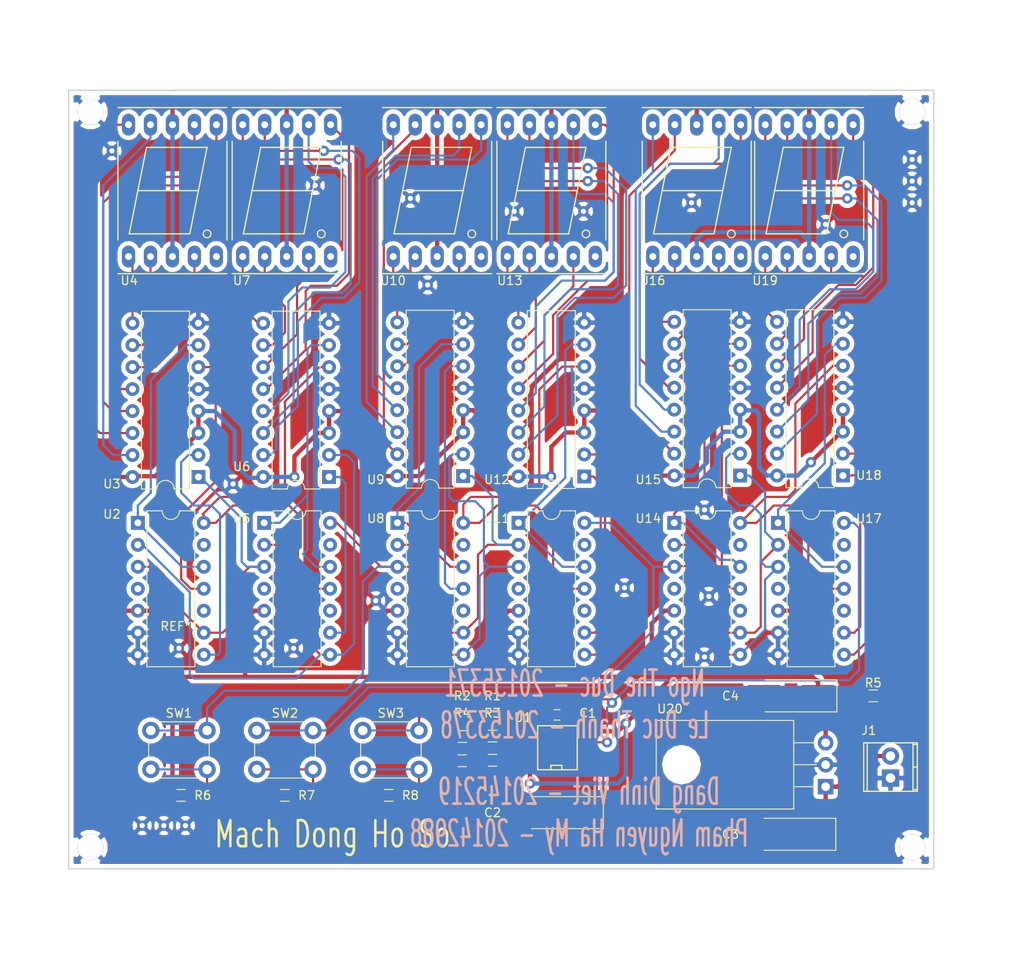
<source format=kicad_pcb>
(kicad_pcb (version 4) (host pcbnew 4.0.6-e0-6349~53~ubuntu16.04.1)
  (title_block (title "Mach Dong Ho So") (date 2017-05-30) (rev r1))
  (layers (0 F.Cu signal) (31 B.Cu signal) (34 B.Paste user) (35 F.Paste user) (36 B.SilkS user) (37 F.SilkS user) (38 B.Mask user) (39 F.Mask user) (44 Edge.Cuts user))
  (net 0 "")
  (net 1 "Net-(C1-Pad1)")
  (net 2 GND)
  (net 3 "Net-(C2-Pad1)")
  (net 4 "Net-(C3-Pad1)")
  (net 5 VCC)
  (net 6 "Net-(R1-Pad1)")
  (net 7 "Net-(R2-Pad2)")
  (net 8 "Net-(R3-Pad2)")
  (net 9 "Net-(R5-Pad1)")
  (net 10 "Net-(R6-Pad2)")
  (net 11 "Net-(R7-Pad2)")
  (net 12 "Net-(R8-Pad2)")
  (net 13 /Net11)
  (net 14 /Net19)
  (net 15 /Clock-1HZ)
  (net 16 /Net1)
  (net 17 /Net3)
  (net 18 /Net7)
  (net 19 /Net2)
  (net 20 "Net-(U2-Pad10)")
  (net 21 /Net4)
  (net 22 /Net8)
  (net 23 "Net-(U3-Pad9)")
  (net 24 "Net-(U3-Pad10)")
  (net 25 "Net-(U3-Pad11)")
  (net 26 "Net-(U3-Pad12)")
  (net 27 "Net-(U3-Pad13)")
  (net 28 "Net-(U3-Pad14)")
  (net 29 "Net-(U3-Pad15)")
  (net 30 "Net-(U4-Pad5)")
  (net 31 /Net5)
  (net 32 /Net6)
  (net 33 "Net-(U5-Pad10)")
  (net 34 "Net-(U6-Pad9)")
  (net 35 "Net-(U6-Pad10)")
  (net 36 "Net-(U6-Pad11)")
  (net 37 "Net-(U6-Pad12)")
  (net 38 "Net-(U6-Pad13)")
  (net 39 "Net-(U6-Pad14)")
  (net 40 "Net-(U6-Pad15)")
  (net 41 "Net-(U7-Pad5)")
  (net 42 /Net9)
  (net 43 /Net10)
  (net 44 "Net-(U8-Pad10)")
  (net 45 /Net12)
  (net 46 /Net16)
  (net 47 "Net-(U10-Pad1)")
  (net 48 "Net-(U10-Pad2)")
  (net 49 "Net-(U10-Pad4)")
  (net 50 "Net-(U10-Pad6)")
  (net 51 "Net-(U10-Pad7)")
  (net 52 "Net-(U10-Pad10)")
  (net 53 "Net-(U10-Pad9)")
  (net 54 "Net-(U10-Pad5)")
  (net 55 /Net13)
  (net 56 /Net15)
  (net 57 /Net14)
  (net 58 "Net-(U11-Pad10)")
  (net 59 "Net-(U12-Pad9)")
  (net 60 "Net-(U12-Pad10)")
  (net 61 "Net-(U12-Pad11)")
  (net 62 "Net-(U12-Pad12)")
  (net 63 "Net-(U12-Pad13)")
  (net 64 "Net-(U12-Pad14)")
  (net 65 "Net-(U12-Pad15)")
  (net 66 "Net-(U13-Pad5)")
  (net 67 /Net17)
  (net 68 /Net18)
  (net 69 "Net-(U14-Pad10)")
  (net 70 /Net20)
  (net 71 /Net24)
  (net 72 "Net-(U15-Pad9)")
  (net 73 "Net-(U15-Pad10)")
  (net 74 "Net-(U15-Pad11)")
  (net 75 "Net-(U15-Pad12)")
  (net 76 "Net-(U15-Pad13)")
  (net 77 "Net-(U15-Pad14)")
  (net 78 "Net-(U15-Pad15)")
  (net 79 "Net-(U16-Pad5)")
  (net 80 /Net21)
  (net 81 /Net23)
  (net 82 /Net22)
  (net 83 "Net-(U17-Pad10)")
  (net 84 "Net-(U18-Pad9)")
  (net 85 "Net-(U18-Pad10)")
  (net 86 "Net-(U18-Pad11)")
  (net 87 "Net-(U18-Pad12)")
  (net 88 "Net-(U18-Pad13)")
  (net 89 "Net-(U18-Pad14)")
  (net 90 "Net-(U18-Pad15)")
  (net 91 "Net-(U19-Pad5)")
  (module Wire_Pads:SolderWirePad_single_0-8mmDrill (layer F.Cu) (at 120 92.5 90)
    (fp_text reference "" (at 0 -2.54 90) (layer F.SilkS))
    (fp_text value SolderWirePad_single_0-8mmDrill)
    (pad 1 thru_hole circle (at 0 0 90) (size 1.2 1.2) (drill 0.6) (layers *.Cu *.Mask) (net 2 GND))
  )
  (module Wire_Pads:SolderWirePad_single_0-8mmDrill (layer F.Cu) (at 82 103)
    (fp_text reference "" (at 0 -2.54) (layer F.SilkS))
    (fp_text value SolderWirePad_single_0-8mmDrill)
    (pad 1 thru_hole circle (at 0 0) (size 1.2 1.2) (drill 0.6) (layers *.Cu *.Mask) (net 2 GND))
  )
  (module Wire_Pads:SolderWirePad_single_0-8mmDrill (layer F.Cu) (at 72.5 108.5)
    (fp_text reference "" (at 0 -2.54) (layer F.SilkS))
    (fp_text value SolderWirePad_single_0-8mmDrill)
    (pad 1 thru_hole circle (at 0 0) (size 1.2 1.2) (drill 0.6) (layers *.Cu *.Mask) (net 2 GND))
  )
  (module Wire_Pads:SolderWirePad_single_0-8mmDrill (layer F.Cu) (at 120 109.5)
    (fp_text reference "" (at 0 -2.54) (layer F.SilkS))
    (fp_text value SolderWirePad_single_0-8mmDrill)
    (pad 1 thru_hole circle (at 0 0) (size 1.2 1.2) (drill 0.6) (layers *.Cu *.Mask) (net 2 GND))
  )
  (module Wire_Pads:SolderWirePad_single_0-8mmDrill (layer F.Cu) (at 144 131.5 90)
    (fp_text reference "" (at 0 -2.54 90) (layer F.SilkS))
    (fp_text value SolderWirePad_single_0-8mmDrill)
    (pad 1 thru_hole circle (at 0 0 90) (size 3 3) (drill 3) (layers *.Cu *.Mask) (net 2 GND))
  )
  (module Wire_Pads:SolderWirePad_single_0-8mmDrill (layer F.Cu) (at 144 46.5 90)
    (fp_text reference "" (at 0 -2.54 90) (layer F.SilkS))
    (fp_text value SolderWirePad_single_0-8mmDrill)
    (pad 1 thru_hole circle (at 0 0 90) (size 3 3) (drill 3) (layers *.Cu *.Mask) (net 2 GND))
  )
  (module Wire_Pads:SolderWirePad_single_0-8mmDrill (layer F.Cu) (at 49 46.5 90)
    (fp_text reference "" (at 0 -2.54 90) (layer F.SilkS))
    (fp_text value SolderWirePad_single_0-8mmDrill)
    (pad 1 thru_hole circle (at 0 0 90) (size 3 3) (drill 3) (layers *.Cu *.Mask) (net 2 GND))
  )
  (module Wire_Pads:SolderWirePad_single_0-8mmDrill (layer F.Cu) (at 49 131.5 90)
    (fp_text reference "" (at 0 -2.54 90) (layer F.SilkS))
    (fp_text value SolderWirePad_single_0-8mmDrill)
    (pad 1 thru_hole circle (at 0 0 90) (size 3 3) (drill 3) (layers *.Cu *.Mask) (net 2 GND))
  )
  (module Wire_Pads:SolderWirePad_single_0-8mmDrill (layer F.Cu) (at 120.5 102.5 90)
    (fp_text reference "" (at 0 -2.54 90) (layer F.SilkS))
    (fp_text value SolderWirePad_single_0-8mmDrill)
    (pad 1 thru_hole circle (at 0 0 90) (size 1.2 1.2) (drill 0.6) (layers *.Cu *.Mask) (net 2 GND))
  )
  (module Wire_Pads:SolderWirePad_single_0-8mmDrill (layer F.Cu) (at 110.75 101.5 90)
    (fp_text reference "" (at 0 -2.54 90) (layer F.SilkS))
    (fp_text value SolderWirePad_single_0-8mmDrill)
    (pad 1 thru_hole circle (at 0 0 90) (size 1.2 1.2) (drill 0.6) (layers *.Cu *.Mask) (net 2 GND))
  )
  (module Wire_Pads:SolderWirePad_single_0-8mmDrill (layer F.Cu) (at 59.25 108.5)
    (fp_text reference REF** (at 0 -2.54) (layer F.SilkS))
    (fp_text value SolderWirePad_single_0-8mmDrill)
    (pad 1 thru_hole circle (at 0 0) (size 1.2 1.2) (drill 0.6) (layers *.Cu *.Mask) (net 2 GND))
  )
  (module Wire_Pads:SolderWirePad_single_0-8mmDrill (layer F.Cu) (at 60 129)
    (fp_text reference "" (at 0 -2.54) (layer F.SilkS))
    (fp_text value SolderWirePad_single_0-8mmDrill)
    (pad 1 thru_hole circle (at 0 0) (size 1.2 1.2) (drill 0.6) (layers *.Cu *.Mask) (net 2 GND))
  )
  (module Wire_Pads:SolderWirePad_single_0-8mmDrill (layer F.Cu) (at 57.5 129)
    (fp_text reference "" (at 0 -2.54) (layer F.SilkS))
    (fp_text value SolderWirePad_single_0-8mmDrill)
    (pad 1 thru_hole circle (at 0 0) (size 1.2 1.2) (drill 0.6) (layers *.Cu *.Mask) (net 2 GND))
  )
  (module Wire_Pads:SolderWirePad_single_0-8mmDrill (layer F.Cu) (at 55 129)
    (fp_text reference "" (at 0 -2.54) (layer F.SilkS))
    (fp_text value SolderWirePad_single_0-8mmDrill)
    (pad 1 thru_hole circle (at 0 0) (size 1.2 1.2) (drill 0.6) (layers *.Cu *.Mask) (net 2 GND))
  )
  (module Wire_Pads:SolderWirePad_single_0-8mmDrill (layer F.Cu) (at 144 57)
    (fp_text reference "" (at 0 -2.54) (layer F.SilkS))
    (fp_text value SolderWirePad_single_0-8mmDrill)
    (pad 1 thru_hole circle (at 0 0) (size 1.2 1.2) (drill 0.6) (layers *.Cu *.Mask) (net 2 GND))
  )
  (module Wire_Pads:SolderWirePad_single_0-8mmDrill (layer F.Cu) (at 144 54.5)
    (fp_text reference "" (at 0 -2.54) (layer F.SilkS))
    (fp_text value SolderWirePad_single_0-8mmDrill)
    (pad 1 thru_hole circle (at 0 0) (size 1.2 1.2) (drill 0.6) (layers *.Cu *.Mask) (net 2 GND))
  )
  (module Wire_Pads:SolderWirePad_single_0-8mmDrill (layer F.Cu) (at 144 52)
    (fp_text reference "" (at 0 -2.54) (layer F.SilkS))
    (fp_text value SolderWirePad_single_0-8mmDrill)
    (pad 1 thru_hole circle (at 0 0) (size 1.2 1.2) (drill 0.6) (layers *.Cu *.Mask) (net 2 GND))
  )
  (module Wire_Pads:SolderWirePad_single_0-8mmDrill (layer F.Cu) (at 134 59.5)
    (fp_text reference "" (at 0 -2.54) (layer F.SilkS))
    (fp_text value SolderWirePad_single_0-8mmDrill)
    (pad 1 thru_hole circle (at 0 0) (size 1.2 1.2) (drill 0.6) (layers *.Cu *.Mask) (net 2 GND))
  )
  (module Wire_Pads:SolderWirePad_single_0-8mmDrill (layer F.Cu) (at 118.5 57)
    (fp_text reference "" (at 0 -2.54) (layer F.SilkS))
    (fp_text value SolderWirePad_single_0-8mmDrill)
    (pad 1 thru_hole circle (at 0 0) (size 1.2 1.2) (drill 0.6) (layers *.Cu *.Mask) (net 2 GND))
  )
  (module Wire_Pads:SolderWirePad_single_0-8mmDrill (layer F.Cu) (at 106 58)
    (fp_text reference "" (at 0 -2.54) (layer F.SilkS))
    (fp_text value SolderWirePad_single_0-8mmDrill)
    (pad 1 thru_hole circle (at 0 0) (size 1.2 1.2) (drill 0.6) (layers *.Cu *.Mask) (net 2 GND))
  )
  (module Wire_Pads:SolderWirePad_single_0-8mmDrill (layer F.Cu) (at 65.5 89.5)
    (fp_text reference "" (at 0 -2.54) (layer F.SilkS))
    (fp_text value SolderWirePad_single_0-8mmDrill)
    (pad 1 thru_hole circle (at 0 0) (size 1.2 1.2) (drill 0.6) (layers *.Cu *.Mask) (net 2 GND))
  )
  (module Wire_Pads:SolderWirePad_single_0-8mmDrill (layer F.Cu) (at 88 66.5)
    (fp_text reference "" (at 0 -2.54) (layer F.SilkS))
    (fp_text value SolderWirePad_single_0-8mmDrill)
    (pad 1 thru_hole circle (at 0 0) (size 1.2 1.2) (drill 0.6) (layers *.Cu *.Mask) (net 2 GND))
  )
  (module Wire_Pads:SolderWirePad_single_0-8mmDrill (layer F.Cu) (at 98 58)
    (fp_text reference "" (at 0 -2.54) (layer F.SilkS))
    (fp_text value SolderWirePad_single_0-8mmDrill)
    (pad 1 thru_hole circle (at 0 0) (size 1.2 1.2) (drill 0.6) (layers *.Cu *.Mask) (net 2 GND))
  )
  (module Wire_Pads:SolderWirePad_single_0-8mmDrill (layer F.Cu) (at 86 56.5)
    (fp_text reference "" (at 0 -2.54) (layer F.SilkS))
    (fp_text value SolderWirePad_single_0-8mmDrill)
    (pad 1 thru_hole circle (at 0 0) (size 1.2 1.2) (drill 0.6) (layers *.Cu *.Mask) (net 2 GND))
  )
  (module Wire_Pads:SolderWirePad_single_0-8mmDrill (layer F.Cu) (at 75 55)
    (fp_text reference "" (at 0 -2.54) (layer F.SilkS))
    (fp_text value SolderWirePad_single_0-8mmDrill)
    (pad 1 thru_hole circle (at 0 0) (size 1.2 1.2) (drill 0.6) (layers *.Cu *.Mask) (net 2 GND))
  )
  (module Housings_DIP:DIP-14_W7.62mm (layer F.Cu) (at 116.5 94)
    (fp_text reference U14 (at -3 -0.5) (layer F.SilkS))
    (fp_text value 74LS90)
    (pad 1 thru_hole rect (at 0 0) (size 1.6 1.6) (drill 0.8) (layers *.Cu *.Mask) (net 67 /Net17))
    (pad 8 thru_hole oval (at 7.62 15.24) (size 1.6 1.6) (drill 0.8) (layers *.Cu *.Mask) (net 14 /Net19))
    (pad 2 thru_hole oval (at 0 2.54) (size 1.6 1.6) (drill 0.8) (layers *.Cu *.Mask) (net 68 /Net18))
    (pad 9 thru_hole oval (at 7.62 12.7) (size 1.6 1.6) (drill 0.8) (layers *.Cu *.Mask) (net 68 /Net18))
    (pad 3 thru_hole oval (at 0 5.08) (size 1.6 1.6) (drill 0.8) (layers *.Cu *.Mask) (net 14 /Net19))
    (pad 10 thru_hole oval (at 7.62 10.16) (size 1.6 1.6) (drill 0.8) (layers *.Cu *.Mask) (net 69 "Net-(U14-Pad10)"))
    (pad 4 thru_hole oval (at 0 7.62) (size 1.6 1.6) (drill 0.8) (layers *.Cu *.Mask))
    (pad 11 thru_hole oval (at 7.62 7.62) (size 1.6 1.6) (drill 0.8) (layers *.Cu *.Mask) (net 70 /Net20))
    (pad 5 thru_hole oval (at 0 10.16) (size 1.6 1.6) (drill 0.8) (layers *.Cu *.Mask) (net 5 VCC))
    (pad 12 thru_hole oval (at 7.62 5.08) (size 1.6 1.6) (drill 0.8) (layers *.Cu *.Mask) (net 67 /Net17))
    (pad 6 thru_hole oval (at 0 12.7) (size 1.6 1.6) (drill 0.8) (layers *.Cu *.Mask) (net 2 GND))
    (pad 13 thru_hole oval (at 7.62 2.54) (size 1.6 1.6) (drill 0.8) (layers *.Cu *.Mask))
    (pad 7 thru_hole oval (at 0 15.24) (size 1.6 1.6) (drill 0.8) (layers *.Cu *.Mask) (net 2 GND))
    (pad 14 thru_hole oval (at 7.62 0) (size 1.6 1.6) (drill 0.8) (layers *.Cu *.Mask) (net 71 /Net24))
  )
  (module Housings_DIP:DIP-16_W7.62mm (layer F.Cu) (at 92.1 88.6 180)
    (fp_text reference U9 (at 10.1 -0.4 180) (layer F.SilkS))
    (fp_text value 74LS47)
    (pad 1 thru_hole rect (at 0 0 180) (size 1.6 1.6) (drill 0.8) (layers *.Cu *.Mask) (net 43 /Net10))
    (pad 9 thru_hole oval (at 7.62 17.78 180) (size 1.6 1.6) (drill 0.8) (layers *.Cu *.Mask) (net 47 "Net-(U10-Pad1)"))
    (pad 2 thru_hole oval (at 0 2.54 180) (size 1.6 1.6) (drill 0.8) (layers *.Cu *.Mask) (net 13 /Net11))
    (pad 10 thru_hole oval (at 7.62 15.24 180) (size 1.6 1.6) (drill 0.8) (layers *.Cu *.Mask) (net 48 "Net-(U10-Pad2)"))
    (pad 3 thru_hole oval (at 0 5.08 180) (size 1.6 1.6) (drill 0.8) (layers *.Cu *.Mask) (net 5 VCC))
    (pad 11 thru_hole oval (at 7.62 12.7 180) (size 1.6 1.6) (drill 0.8) (layers *.Cu *.Mask) (net 49 "Net-(U10-Pad4)"))
    (pad 4 thru_hole oval (at 0 7.62 180) (size 1.6 1.6) (drill 0.8) (layers *.Cu *.Mask) (net 5 VCC))
    (pad 12 thru_hole oval (at 7.62 10.16 180) (size 1.6 1.6) (drill 0.8) (layers *.Cu *.Mask) (net 50 "Net-(U10-Pad6)"))
    (pad 5 thru_hole oval (at 0 10.16 180) (size 1.6 1.6) (drill 0.8) (layers *.Cu *.Mask) (net 2 GND))
    (pad 13 thru_hole oval (at 7.62 7.62 180) (size 1.6 1.6) (drill 0.8) (layers *.Cu *.Mask) (net 51 "Net-(U10-Pad7)"))
    (pad 6 thru_hole oval (at 0 12.7 180) (size 1.6 1.6) (drill 0.8) (layers *.Cu *.Mask) (net 45 /Net12))
    (pad 14 thru_hole oval (at 7.62 5.08 180) (size 1.6 1.6) (drill 0.8) (layers *.Cu *.Mask) (net 52 "Net-(U10-Pad10)"))
    (pad 7 thru_hole oval (at 0 15.24 180) (size 1.6 1.6) (drill 0.8) (layers *.Cu *.Mask) (net 42 /Net9))
    (pad 15 thru_hole oval (at 7.62 2.54 180) (size 1.6 1.6) (drill 0.8) (layers *.Cu *.Mask) (net 53 "Net-(U10-Pad9)"))
    (pad 8 thru_hole oval (at 0 17.78 180) (size 1.6 1.6) (drill 0.8) (layers *.Cu *.Mask) (net 2 GND))
    (pad 16 thru_hole oval (at 7.62 0 180) (size 1.6 1.6) (drill 0.8) (layers *.Cu *.Mask) (net 5 VCC))
  )
  (module Housings_DIP:DIP-16_W7.62mm (layer F.Cu) (at 61.5 88.7 180)
    (fp_text reference U3 (at 10 -0.8 180) (layer F.SilkS))
    (fp_text value 74LS47)
    (pad 1 thru_hole rect (at 0 0 180) (size 1.6 1.6) (drill 0.8) (layers *.Cu *.Mask) (net 19 /Net2))
    (pad 9 thru_hole oval (at 7.62 17.78 180) (size 1.6 1.6) (drill 0.8) (layers *.Cu *.Mask) (net 23 "Net-(U3-Pad9)"))
    (pad 2 thru_hole oval (at 0 2.54 180) (size 1.6 1.6) (drill 0.8) (layers *.Cu *.Mask) (net 17 /Net3))
    (pad 10 thru_hole oval (at 7.62 15.24 180) (size 1.6 1.6) (drill 0.8) (layers *.Cu *.Mask) (net 24 "Net-(U3-Pad10)"))
    (pad 3 thru_hole oval (at 0 5.08 180) (size 1.6 1.6) (drill 0.8) (layers *.Cu *.Mask) (net 5 VCC))
    (pad 11 thru_hole oval (at 7.62 12.7 180) (size 1.6 1.6) (drill 0.8) (layers *.Cu *.Mask) (net 25 "Net-(U3-Pad11)"))
    (pad 4 thru_hole oval (at 0 7.62 180) (size 1.6 1.6) (drill 0.8) (layers *.Cu *.Mask) (net 5 VCC))
    (pad 12 thru_hole oval (at 7.62 10.16 180) (size 1.6 1.6) (drill 0.8) (layers *.Cu *.Mask) (net 26 "Net-(U3-Pad12)"))
    (pad 5 thru_hole oval (at 0 10.16 180) (size 1.6 1.6) (drill 0.8) (layers *.Cu *.Mask) (net 2 GND))
    (pad 13 thru_hole oval (at 7.62 7.62 180) (size 1.6 1.6) (drill 0.8) (layers *.Cu *.Mask) (net 27 "Net-(U3-Pad13)"))
    (pad 6 thru_hole oval (at 0 12.7 180) (size 1.6 1.6) (drill 0.8) (layers *.Cu *.Mask) (net 21 /Net4))
    (pad 14 thru_hole oval (at 7.62 5.08 180) (size 1.6 1.6) (drill 0.8) (layers *.Cu *.Mask) (net 28 "Net-(U3-Pad14)"))
    (pad 7 thru_hole oval (at 0 15.24 180) (size 1.6 1.6) (drill 0.8) (layers *.Cu *.Mask) (net 16 /Net1))
    (pad 15 thru_hole oval (at 7.62 2.54 180) (size 1.6 1.6) (drill 0.8) (layers *.Cu *.Mask) (net 29 "Net-(U3-Pad15)"))
    (pad 8 thru_hole oval (at 0 17.78 180) (size 1.6 1.6) (drill 0.8) (layers *.Cu *.Mask) (net 2 GND))
    (pad 16 thru_hole oval (at 7.62 0 180) (size 1.6 1.6) (drill 0.8) (layers *.Cu *.Mask) (net 5 VCC))
  )
  (module Capacitors_SMD:C_0603_HandSoldering (layer F.Cu) (at 102.95 116.2)
    (fp_text reference C1 (at 3.55 -0.2) (layer F.SilkS))
    (fp_text value C)
    (pad 1 smd rect (at -0.95 0) (size 1.2 0.75) (layers F.Cu F.Paste F.Mask) (net 1 "Net-(C1-Pad1)"))
    (pad 2 smd rect (at 0.95 0) (size 1.2 0.75) (layers F.Cu F.Paste F.Mask) (net 2 GND))
  )
  (module Capacitors_Tantalum_SMD:CP_Tantalum_Case-C_EIA-6032-28_Hand (layer F.Cu) (at 103 127.5 180)
    (fp_text reference C2 (at 7.5 0 180) (layer F.SilkS))
    (fp_text value CP)
    (pad 1 smd rect (at -3.125 0 180) (size 3.75 2.5) (layers F.Cu F.Paste F.Mask) (net 3 "Net-(C2-Pad1)"))
    (pad 2 smd rect (at 3.125 0 180) (size 3.75 2.5) (layers F.Cu F.Paste F.Mask) (net 2 GND))
  )
  (module Capacitors_Tantalum_SMD:CP_Tantalum_Case-C_EIA-6032-28_Hand (layer F.Cu) (at 129.875 130 180)
    (fp_text reference C3 (at 6.875 0 180) (layer F.SilkS))
    (fp_text value CP)
    (pad 1 smd rect (at -3.125 0 180) (size 3.75 2.5) (layers F.Cu F.Paste F.Mask) (net 4 "Net-(C3-Pad1)"))
    (pad 2 smd rect (at 3.125 0 180) (size 3.75 2.5) (layers F.Cu F.Paste F.Mask) (net 2 GND))
  )
  (module Capacitors_Tantalum_SMD:CP_Tantalum_Case-C_EIA-6032-28_Hand (layer F.Cu) (at 130 114 180)
    (fp_text reference C4 (at 7 0 180) (layer F.SilkS))
    (fp_text value CP)
    (pad 1 smd rect (at -3.125 0 180) (size 3.75 2.5) (layers F.Cu F.Paste F.Mask) (net 5 VCC))
    (pad 2 smd rect (at 3.125 0 180) (size 3.75 2.5) (layers F.Cu F.Paste F.Mask) (net 2 GND))
  )
  (module Connectors_Terminal_Blocks:TerminalBlock_Pheonix_MPT-2.54mm_2pol (layer F.Cu) (at 141.5 123.5 90)
    (fp_text reference J1 (at 5.5 -2.5 360) (layer F.SilkS))
    (fp_text value CONN_01X02)
    (pad 2 thru_hole oval (at 2.54 0 90) (size 1.99898 1.99898) (drill 1.09728) (layers *.Cu *.Mask) (net 4 "Net-(C3-Pad1)"))
    (pad 1 thru_hole rect (at 0 0 90) (size 1.99898 1.99898) (drill 1.09728) (layers *.Cu *.Mask) (net 2 GND))
  )
  (module Resistors_SMD:R_0603 (layer F.Cu) (at 95.5 118.65)
    (fp_text reference R1 (at 0 -4.65) (layer F.SilkS))
    (fp_text value 1K)
    (pad 1 smd rect (at -0.75 0) (size 0.5 0.9) (layers F.Cu F.Paste F.Mask) (net 6 "Net-(R1-Pad1)"))
    (pad 2 smd rect (at 0.75 0) (size 0.5 0.9) (layers F.Cu F.Paste F.Mask) (net 3 "Net-(C2-Pad1)"))
  )
  (module Resistors_SMD:R_0603 (layer F.Cu) (at 92 118.7 180)
    (fp_text reference R2 (at 0 4.7 180) (layer F.SilkS))
    (fp_text value 3K9)
    (pad 1 smd rect (at -0.75 0 180) (size 0.5 0.9) (layers F.Cu F.Paste F.Mask) (net 6 "Net-(R1-Pad1)"))
    (pad 2 smd rect (at 0.75 0 180) (size 0.5 0.9) (layers F.Cu F.Paste F.Mask) (net 7 "Net-(R2-Pad2)"))
  )
  (module Resistors_SMD:R_0603 (layer F.Cu) (at 95.5 121.45 180)
    (fp_text reference R3 (at 0 5.45 180) (layer F.SilkS))
    (fp_text value 3K9)
    (pad 1 smd rect (at -0.75 0 180) (size 0.5 0.9) (layers F.Cu F.Paste F.Mask) (net 5 VCC))
    (pad 2 smd rect (at 0.75 0 180) (size 0.5 0.9) (layers F.Cu F.Paste F.Mask) (net 8 "Net-(R3-Pad2)"))
  )
  (module Resistors_SMD:R_0603 (layer F.Cu) (at 92 121.5 180)
    (fp_text reference R4 (at 0 5.5 180) (layer F.SilkS))
    (fp_text value 1K)
    (pad 1 smd rect (at -0.75 0 180) (size 0.5 0.9) (layers F.Cu F.Paste F.Mask) (net 8 "Net-(R3-Pad2)"))
    (pad 2 smd rect (at 0.75 0 180) (size 0.5 0.9) (layers F.Cu F.Paste F.Mask) (net 7 "Net-(R2-Pad2)"))
  )
  (module Resistors_SMD:R_0603 (layer F.Cu) (at 139.5 114 180)
    (fp_text reference R5 (at 0 1.5 180) (layer F.SilkS))
    (fp_text value 330R)
    (pad 1 smd rect (at -0.75 0 180) (size 0.5 0.9) (layers F.Cu F.Paste F.Mask) (net 9 "Net-(R5-Pad1)"))
    (pad 2 smd rect (at 0.75 0 180) (size 0.5 0.9) (layers F.Cu F.Paste F.Mask) (net 5 VCC))
  )
  (module Resistors_SMD:R_0603 (layer F.Cu) (at 59.5 125.5)
    (fp_text reference R6 (at 2.5 0) (layer F.SilkS))
    (fp_text value 10K)
    (pad 1 smd rect (at -0.75 0) (size 0.5 0.9) (layers F.Cu F.Paste F.Mask) (net 5 VCC))
    (pad 2 smd rect (at 0.75 0) (size 0.5 0.9) (layers F.Cu F.Paste F.Mask) (net 10 "Net-(R6-Pad2)"))
  )
  (module Resistors_SMD:R_0603 (layer F.Cu) (at 71.5 125.5)
    (fp_text reference R7 (at 2.5 0) (layer F.SilkS))
    (fp_text value 10K)
    (pad 1 smd rect (at -0.75 0) (size 0.5 0.9) (layers F.Cu F.Paste F.Mask) (net 5 VCC))
    (pad 2 smd rect (at 0.75 0) (size 0.5 0.9) (layers F.Cu F.Paste F.Mask) (net 11 "Net-(R7-Pad2)"))
  )
  (module Resistors_SMD:R_0603 (layer F.Cu) (at 83.5 125.5)
    (fp_text reference R8 (at 2.5 0) (layer F.SilkS))
    (fp_text value 10K)
    (pad 1 smd rect (at -0.75 0) (size 0.5 0.9) (layers F.Cu F.Paste F.Mask) (net 5 VCC))
    (pad 2 smd rect (at 0.75 0) (size 0.5 0.9) (layers F.Cu F.Paste F.Mask) (net 12 "Net-(R8-Pad2)"))
  )
  (module Buttons_Switches_THT:SW_PUSH_6mm (layer F.Cu) (at 56 118)
    (fp_text reference SW1 (at 3.25 -2) (layer F.SilkS))
    (fp_text value SW_Push)
    (pad 2 thru_hole circle (at 0 4.5 90) (size 2 2) (drill 1.1) (layers *.Cu *.Mask) (net 10 "Net-(R6-Pad2)"))
    (pad 1 thru_hole circle (at 0 0 90) (size 2 2) (drill 1.1) (layers *.Cu *.Mask) (net 13 /Net11))
    (pad 2 thru_hole circle (at 6.5 4.5 90) (size 2 2) (drill 1.1) (layers *.Cu *.Mask) (net 10 "Net-(R6-Pad2)"))
    (pad 1 thru_hole circle (at 6.5 0 90) (size 2 2) (drill 1.1) (layers *.Cu *.Mask) (net 13 /Net11))
  )
  (module Buttons_Switches_THT:SW_PUSH_6mm (layer F.Cu) (at 68.25 118)
    (fp_text reference SW2 (at 3.25 -2) (layer F.SilkS))
    (fp_text value SW_Push)
    (pad 2 thru_hole circle (at 0 4.5 90) (size 2 2) (drill 1.1) (layers *.Cu *.Mask) (net 11 "Net-(R7-Pad2)"))
    (pad 1 thru_hole circle (at 0 0 90) (size 2 2) (drill 1.1) (layers *.Cu *.Mask) (net 14 /Net19))
    (pad 2 thru_hole circle (at 6.5 4.5 90) (size 2 2) (drill 1.1) (layers *.Cu *.Mask) (net 11 "Net-(R7-Pad2)"))
    (pad 1 thru_hole circle (at 6.5 0 90) (size 2 2) (drill 1.1) (layers *.Cu *.Mask) (net 14 /Net19))
  )
  (module Buttons_Switches_THT:SW_PUSH_6mm (layer F.Cu) (at 80.5 118)
    (fp_text reference SW3 (at 3.25 -2) (layer F.SilkS))
    (fp_text value SW_Push)
    (pad 2 thru_hole circle (at 0 4.5 90) (size 2 2) (drill 1.1) (layers *.Cu *.Mask) (net 12 "Net-(R8-Pad2)"))
    (pad 1 thru_hole circle (at 0 0 90) (size 2 2) (drill 1.1) (layers *.Cu *.Mask) (net 15 /Clock-1HZ))
    (pad 2 thru_hole circle (at 6.5 4.5 90) (size 2 2) (drill 1.1) (layers *.Cu *.Mask) (net 12 "Net-(R8-Pad2)"))
    (pad 1 thru_hole circle (at 6.5 0 90) (size 2 2) (drill 1.1) (layers *.Cu *.Mask) (net 15 /Clock-1HZ))
  )
  (module SMD_Packages:SOIC-8-N (layer F.Cu) (at 103 120 90)
    (fp_text reference U1 (at 3.5 -4 360) (layer F.SilkS))
    (fp_text value NE555)
    (pad 8 smd rect (at -1.905 -3.175 90) (size 0.508 1.143) (layers F.Cu F.Paste F.Mask) (net 5 VCC))
    (pad 7 smd rect (at -0.635 -3.175 90) (size 0.508 1.143) (layers F.Cu F.Paste F.Mask) (net 7 "Net-(R2-Pad2)"))
    (pad 6 smd rect (at 0.635 -3.175 90) (size 0.508 1.143) (layers F.Cu F.Paste F.Mask) (net 3 "Net-(C2-Pad1)"))
    (pad 5 smd rect (at 1.905 -3.175 90) (size 0.508 1.143) (layers F.Cu F.Paste F.Mask) (net 1 "Net-(C1-Pad1)"))
    (pad 4 smd rect (at 1.905 3.175 90) (size 0.508 1.143) (layers F.Cu F.Paste F.Mask) (net 5 VCC))
    (pad 3 smd rect (at 0.635 3.175 90) (size 0.508 1.143) (layers F.Cu F.Paste F.Mask) (net 15 /Clock-1HZ))
    (pad 2 smd rect (at -0.635 3.175 90) (size 0.508 1.143) (layers F.Cu F.Paste F.Mask) (net 3 "Net-(C2-Pad1)"))
    (pad 1 smd rect (at -1.905 3.175 90) (size 0.508 1.143) (layers F.Cu F.Paste F.Mask) (net 2 GND))
  )
  (module Displays_7-Segment:7SegmentLED_LTS6760_LTS6780 (layer F.Cu) (at 58.5 55.6)
    (fp_text reference U4 (at -5 10.4) (layer F.SilkS))
    (fp_text value 7SEGMENT_CA)
    (pad 1 thru_hole oval (at -5.08 7.62) (size 1.524 2.524) (drill 0.8) (layers *.Cu *.Mask) (net 23 "Net-(U3-Pad9)"))
    (pad 2 thru_hole oval (at -2.54 7.62) (size 1.524 2.524) (drill 0.8) (layers *.Cu *.Mask) (net 24 "Net-(U3-Pad10)"))
    (pad 3 thru_hole oval (at 0 7.62) (size 1.524 2.524) (drill 0.8) (layers *.Cu *.Mask) (net 9 "Net-(R5-Pad1)"))
    (pad 4 thru_hole oval (at 2.54 7.62) (size 1.524 2.524) (drill 0.8) (layers *.Cu *.Mask) (net 25 "Net-(U3-Pad11)"))
    (pad 5 thru_hole oval (at 5.08 7.62) (size 1.524 2.524) (drill 0.8) (layers *.Cu *.Mask) (net 30 "Net-(U4-Pad5)"))
    (pad 6 thru_hole oval (at 5.08 -7.62) (size 1.524 2.524) (drill 0.8) (layers *.Cu *.Mask) (net 26 "Net-(U3-Pad12)"))
    (pad 7 thru_hole oval (at 2.54 -7.62) (size 1.524 2.524) (drill 0.8) (layers *.Cu *.Mask) (net 27 "Net-(U3-Pad13)"))
    (pad 8 thru_hole oval (at 0 -7.62) (size 1.524 2.524) (drill 0.8) (layers *.Cu *.Mask) (net 9 "Net-(R5-Pad1)"))
    (pad 9 thru_hole oval (at -2.54 -7.62) (size 1.524 2.524) (drill 0.8) (layers *.Cu *.Mask) (net 29 "Net-(U3-Pad15)"))
    (pad 10 thru_hole oval (at -5.08 -7.62) (size 1.524 2.524) (drill 0.8) (layers *.Cu *.Mask) (net 28 "Net-(U3-Pad14)"))
  )
  (module Housings_DIP:DIP-16_W7.62mm (layer F.Cu) (at 76.6 88.7 180)
    (fp_text reference U6 (at 10.1 1.2 180) (layer F.SilkS))
    (fp_text value 74LS47)
    (pad 1 thru_hole rect (at 0 0 180) (size 1.6 1.6) (drill 0.8) (layers *.Cu *.Mask) (net 32 /Net6))
    (pad 9 thru_hole oval (at 7.62 17.78 180) (size 1.6 1.6) (drill 0.8) (layers *.Cu *.Mask) (net 34 "Net-(U6-Pad9)"))
    (pad 2 thru_hole oval (at 0 2.54 180) (size 1.6 1.6) (drill 0.8) (layers *.Cu *.Mask) (net 18 /Net7))
    (pad 10 thru_hole oval (at 7.62 15.24 180) (size 1.6 1.6) (drill 0.8) (layers *.Cu *.Mask) (net 35 "Net-(U6-Pad10)"))
    (pad 3 thru_hole oval (at 0 5.08 180) (size 1.6 1.6) (drill 0.8) (layers *.Cu *.Mask) (net 5 VCC))
    (pad 11 thru_hole oval (at 7.62 12.7 180) (size 1.6 1.6) (drill 0.8) (layers *.Cu *.Mask) (net 36 "Net-(U6-Pad11)"))
    (pad 4 thru_hole oval (at 0 7.62 180) (size 1.6 1.6) (drill 0.8) (layers *.Cu *.Mask) (net 5 VCC))
    (pad 12 thru_hole oval (at 7.62 10.16 180) (size 1.6 1.6) (drill 0.8) (layers *.Cu *.Mask) (net 37 "Net-(U6-Pad12)"))
    (pad 5 thru_hole oval (at 0 10.16 180) (size 1.6 1.6) (drill 0.8) (layers *.Cu *.Mask) (net 2 GND))
    (pad 13 thru_hole oval (at 7.62 7.62 180) (size 1.6 1.6) (drill 0.8) (layers *.Cu *.Mask) (net 38 "Net-(U6-Pad13)"))
    (pad 6 thru_hole oval (at 0 12.7 180) (size 1.6 1.6) (drill 0.8) (layers *.Cu *.Mask) (net 22 /Net8))
    (pad 14 thru_hole oval (at 7.62 5.08 180) (size 1.6 1.6) (drill 0.8) (layers *.Cu *.Mask) (net 39 "Net-(U6-Pad14)"))
    (pad 7 thru_hole oval (at 0 15.24 180) (size 1.6 1.6) (drill 0.8) (layers *.Cu *.Mask) (net 31 /Net5))
    (pad 15 thru_hole oval (at 7.62 2.54 180) (size 1.6 1.6) (drill 0.8) (layers *.Cu *.Mask) (net 40 "Net-(U6-Pad15)"))
    (pad 8 thru_hole oval (at 0 17.78 180) (size 1.6 1.6) (drill 0.8) (layers *.Cu *.Mask) (net 2 GND))
    (pad 16 thru_hole oval (at 7.62 0 180) (size 1.6 1.6) (drill 0.8) (layers *.Cu *.Mask) (net 5 VCC))
  )
  (module Displays_7-Segment:7SegmentLED_LTS6760_LTS6780 (layer F.Cu) (at 71.7 55.6)
    (fp_text reference U7 (at -5.2 10.4) (layer F.SilkS))
    (fp_text value 7SEGMENT_CA)
    (pad 1 thru_hole oval (at -5.08 7.62) (size 1.524 2.524) (drill 0.8) (layers *.Cu *.Mask) (net 34 "Net-(U6-Pad9)"))
    (pad 2 thru_hole oval (at -2.54 7.62) (size 1.524 2.524) (drill 0.8) (layers *.Cu *.Mask) (net 35 "Net-(U6-Pad10)"))
    (pad 3 thru_hole oval (at 0 7.62) (size 1.524 2.524) (drill 0.8) (layers *.Cu *.Mask) (net 9 "Net-(R5-Pad1)"))
    (pad 4 thru_hole oval (at 2.54 7.62) (size 1.524 2.524) (drill 0.8) (layers *.Cu *.Mask) (net 36 "Net-(U6-Pad11)"))
    (pad 5 thru_hole oval (at 5.08 7.62) (size 1.524 2.524) (drill 0.8) (layers *.Cu *.Mask) (net 41 "Net-(U7-Pad5)"))
    (pad 6 thru_hole oval (at 5.08 -7.62) (size 1.524 2.524) (drill 0.8) (layers *.Cu *.Mask) (net 37 "Net-(U6-Pad12)"))
    (pad 7 thru_hole oval (at 2.54 -7.62) (size 1.524 2.524) (drill 0.8) (layers *.Cu *.Mask) (net 38 "Net-(U6-Pad13)"))
    (pad 8 thru_hole oval (at 0 -7.62) (size 1.524 2.524) (drill 0.8) (layers *.Cu *.Mask) (net 9 "Net-(R5-Pad1)"))
    (pad 9 thru_hole oval (at -2.54 -7.62) (size 1.524 2.524) (drill 0.8) (layers *.Cu *.Mask) (net 40 "Net-(U6-Pad15)"))
    (pad 10 thru_hole oval (at -5.08 -7.62) (size 1.524 2.524) (drill 0.8) (layers *.Cu *.Mask) (net 39 "Net-(U6-Pad14)"))
  )
  (module Housings_DIP:DIP-14_W7.62mm (layer F.Cu) (at 84.5 94)
    (fp_text reference U8 (at -2.5 -0.5) (layer F.SilkS))
    (fp_text value 74LS90)
    (pad 1 thru_hole rect (at 0 0) (size 1.6 1.6) (drill 0.8) (layers *.Cu *.Mask) (net 42 /Net9))
    (pad 8 thru_hole oval (at 7.62 15.24) (size 1.6 1.6) (drill 0.8) (layers *.Cu *.Mask) (net 13 /Net11))
    (pad 2 thru_hole oval (at 0 2.54) (size 1.6 1.6) (drill 0.8) (layers *.Cu *.Mask) (net 43 /Net10))
    (pad 9 thru_hole oval (at 7.62 12.7) (size 1.6 1.6) (drill 0.8) (layers *.Cu *.Mask) (net 43 /Net10))
    (pad 3 thru_hole oval (at 0 5.08) (size 1.6 1.6) (drill 0.8) (layers *.Cu *.Mask) (net 13 /Net11))
    (pad 10 thru_hole oval (at 7.62 10.16) (size 1.6 1.6) (drill 0.8) (layers *.Cu *.Mask) (net 44 "Net-(U8-Pad10)"))
    (pad 4 thru_hole oval (at 0 7.62) (size 1.6 1.6) (drill 0.8) (layers *.Cu *.Mask))
    (pad 11 thru_hole oval (at 7.62 7.62) (size 1.6 1.6) (drill 0.8) (layers *.Cu *.Mask) (net 45 /Net12))
    (pad 5 thru_hole oval (at 0 10.16) (size 1.6 1.6) (drill 0.8) (layers *.Cu *.Mask) (net 5 VCC))
    (pad 12 thru_hole oval (at 7.62 5.08) (size 1.6 1.6) (drill 0.8) (layers *.Cu *.Mask) (net 42 /Net9))
    (pad 6 thru_hole oval (at 0 12.7) (size 1.6 1.6) (drill 0.8) (layers *.Cu *.Mask) (net 2 GND))
    (pad 13 thru_hole oval (at 7.62 2.54) (size 1.6 1.6) (drill 0.8) (layers *.Cu *.Mask))
    (pad 7 thru_hole oval (at 0 15.24) (size 1.6 1.6) (drill 0.8) (layers *.Cu *.Mask) (net 2 GND))
    (pad 14 thru_hole oval (at 7.62 0) (size 1.6 1.6) (drill 0.8) (layers *.Cu *.Mask) (net 46 /Net16))
  )
  (module Displays_7-Segment:7SegmentLED_LTS6760_LTS6780 (layer F.Cu) (at 89.1 55.6)
    (fp_text reference U10 (at -5.1 10.4) (layer F.SilkS))
    (fp_text value 7SEGMENT_CA)
    (pad 1 thru_hole oval (at -5.08 7.62) (size 1.524 2.524) (drill 0.8) (layers *.Cu *.Mask) (net 47 "Net-(U10-Pad1)"))
    (pad 2 thru_hole oval (at -2.54 7.62) (size 1.524 2.524) (drill 0.8) (layers *.Cu *.Mask) (net 48 "Net-(U10-Pad2)"))
    (pad 3 thru_hole oval (at 0 7.62) (size 1.524 2.524) (drill 0.8) (layers *.Cu *.Mask) (net 9 "Net-(R5-Pad1)"))
    (pad 4 thru_hole oval (at 2.54 7.62) (size 1.524 2.524) (drill 0.8) (layers *.Cu *.Mask) (net 49 "Net-(U10-Pad4)"))
    (pad 5 thru_hole oval (at 5.08 7.62) (size 1.524 2.524) (drill 0.8) (layers *.Cu *.Mask) (net 54 "Net-(U10-Pad5)"))
    (pad 6 thru_hole oval (at 5.08 -7.62) (size 1.524 2.524) (drill 0.8) (layers *.Cu *.Mask) (net 50 "Net-(U10-Pad6)"))
    (pad 7 thru_hole oval (at 2.54 -7.62) (size 1.524 2.524) (drill 0.8) (layers *.Cu *.Mask) (net 51 "Net-(U10-Pad7)"))
    (pad 8 thru_hole oval (at 0 -7.62) (size 1.524 2.524) (drill 0.8) (layers *.Cu *.Mask) (net 9 "Net-(R5-Pad1)"))
    (pad 9 thru_hole oval (at -2.54 -7.62) (size 1.524 2.524) (drill 0.8) (layers *.Cu *.Mask) (net 53 "Net-(U10-Pad9)"))
    (pad 10 thru_hole oval (at -5.08 -7.62) (size 1.524 2.524) (drill 0.8) (layers *.Cu *.Mask) (net 52 "Net-(U10-Pad10)"))
  )
  (module Housings_DIP:DIP-14_W7.62mm (layer F.Cu) (at 98.5 94)
    (fp_text reference U11 (at -2.5 -0.5) (layer F.SilkS))
    (fp_text value 74LS90)
    (pad 1 thru_hole rect (at 0 0) (size 1.6 1.6) (drill 0.8) (layers *.Cu *.Mask) (net 55 /Net13))
    (pad 8 thru_hole oval (at 7.62 15.24) (size 1.6 1.6) (drill 0.8) (layers *.Cu *.Mask) (net 56 /Net15))
    (pad 2 thru_hole oval (at 0 2.54) (size 1.6 1.6) (drill 0.8) (layers *.Cu *.Mask) (net 43 /Net10))
    (pad 9 thru_hole oval (at 7.62 12.7) (size 1.6 1.6) (drill 0.8) (layers *.Cu *.Mask) (net 57 /Net14))
    (pad 3 thru_hole oval (at 0 5.08) (size 1.6 1.6) (drill 0.8) (layers *.Cu *.Mask) (net 13 /Net11))
    (pad 10 thru_hole oval (at 7.62 10.16) (size 1.6 1.6) (drill 0.8) (layers *.Cu *.Mask) (net 58 "Net-(U11-Pad10)"))
    (pad 4 thru_hole oval (at 0 7.62) (size 1.6 1.6) (drill 0.8) (layers *.Cu *.Mask))
    (pad 11 thru_hole oval (at 7.62 7.62) (size 1.6 1.6) (drill 0.8) (layers *.Cu *.Mask) (net 46 /Net16))
    (pad 5 thru_hole oval (at 0 10.16) (size 1.6 1.6) (drill 0.8) (layers *.Cu *.Mask) (net 5 VCC))
    (pad 12 thru_hole oval (at 7.62 5.08) (size 1.6 1.6) (drill 0.8) (layers *.Cu *.Mask) (net 55 /Net13))
    (pad 6 thru_hole oval (at 0 12.7) (size 1.6 1.6) (drill 0.8) (layers *.Cu *.Mask) (net 2 GND))
    (pad 13 thru_hole oval (at 7.62 2.54) (size 1.6 1.6) (drill 0.8) (layers *.Cu *.Mask))
    (pad 7 thru_hole oval (at 0 15.24) (size 1.6 1.6) (drill 0.8) (layers *.Cu *.Mask) (net 2 GND))
    (pad 14 thru_hole oval (at 7.62 0) (size 1.6 1.6) (drill 0.8) (layers *.Cu *.Mask) (net 14 /Net19))
  )
  (module Housings_DIP:DIP-16_W7.62mm (layer F.Cu) (at 106.1 88.64 180)
    (fp_text reference U12 (at 10.1 -0.36 180) (layer F.SilkS))
    (fp_text value 74LS47)
    (pad 1 thru_hole rect (at 0 0 180) (size 1.6 1.6) (drill 0.8) (layers *.Cu *.Mask) (net 57 /Net14))
    (pad 9 thru_hole oval (at 7.62 17.78 180) (size 1.6 1.6) (drill 0.8) (layers *.Cu *.Mask) (net 59 "Net-(U12-Pad9)"))
    (pad 2 thru_hole oval (at 0 2.54 180) (size 1.6 1.6) (drill 0.8) (layers *.Cu *.Mask) (net 56 /Net15))
    (pad 10 thru_hole oval (at 7.62 15.24 180) (size 1.6 1.6) (drill 0.8) (layers *.Cu *.Mask) (net 60 "Net-(U12-Pad10)"))
    (pad 3 thru_hole oval (at 0 5.08 180) (size 1.6 1.6) (drill 0.8) (layers *.Cu *.Mask) (net 5 VCC))
    (pad 11 thru_hole oval (at 7.62 12.7 180) (size 1.6 1.6) (drill 0.8) (layers *.Cu *.Mask) (net 61 "Net-(U12-Pad11)"))
    (pad 4 thru_hole oval (at 0 7.62 180) (size 1.6 1.6) (drill 0.8) (layers *.Cu *.Mask) (net 5 VCC))
    (pad 12 thru_hole oval (at 7.62 10.16 180) (size 1.6 1.6) (drill 0.8) (layers *.Cu *.Mask) (net 62 "Net-(U12-Pad12)"))
    (pad 5 thru_hole oval (at 0 10.16 180) (size 1.6 1.6) (drill 0.8) (layers *.Cu *.Mask) (net 2 GND))
    (pad 13 thru_hole oval (at 7.62 7.62 180) (size 1.6 1.6) (drill 0.8) (layers *.Cu *.Mask) (net 63 "Net-(U12-Pad13)"))
    (pad 6 thru_hole oval (at 0 12.7 180) (size 1.6 1.6) (drill 0.8) (layers *.Cu *.Mask) (net 46 /Net16))
    (pad 14 thru_hole oval (at 7.62 5.08 180) (size 1.6 1.6) (drill 0.8) (layers *.Cu *.Mask) (net 64 "Net-(U12-Pad14)"))
    (pad 7 thru_hole oval (at 0 15.24 180) (size 1.6 1.6) (drill 0.8) (layers *.Cu *.Mask) (net 55 /Net13))
    (pad 15 thru_hole oval (at 7.62 2.54 180) (size 1.6 1.6) (drill 0.8) (layers *.Cu *.Mask) (net 65 "Net-(U12-Pad15)"))
    (pad 8 thru_hole oval (at 0 17.78 180) (size 1.6 1.6) (drill 0.8) (layers *.Cu *.Mask) (net 2 GND))
    (pad 16 thru_hole oval (at 7.62 0 180) (size 1.6 1.6) (drill 0.8) (layers *.Cu *.Mask) (net 5 VCC))
  )
  (module Displays_7-Segment:7SegmentLED_LTS6760_LTS6780 (layer F.Cu) (at 102.3 55.6)
    (fp_text reference U13 (at -4.8 10.4) (layer F.SilkS))
    (fp_text value 7SEGMENT_CA)
    (pad 1 thru_hole oval (at -5.08 7.62) (size 1.524 2.524) (drill 0.8) (layers *.Cu *.Mask) (net 59 "Net-(U12-Pad9)"))
    (pad 2 thru_hole oval (at -2.54 7.62) (size 1.524 2.524) (drill 0.8) (layers *.Cu *.Mask) (net 60 "Net-(U12-Pad10)"))
    (pad 3 thru_hole oval (at 0 7.62) (size 1.524 2.524) (drill 0.8) (layers *.Cu *.Mask) (net 9 "Net-(R5-Pad1)"))
    (pad 4 thru_hole oval (at 2.54 7.62) (size 1.524 2.524) (drill 0.8) (layers *.Cu *.Mask) (net 61 "Net-(U12-Pad11)"))
    (pad 5 thru_hole oval (at 5.08 7.62) (size 1.524 2.524) (drill 0.8) (layers *.Cu *.Mask) (net 66 "Net-(U13-Pad5)"))
    (pad 6 thru_hole oval (at 5.08 -7.62) (size 1.524 2.524) (drill 0.8) (layers *.Cu *.Mask) (net 62 "Net-(U12-Pad12)"))
    (pad 7 thru_hole oval (at 2.54 -7.62) (size 1.524 2.524) (drill 0.8) (layers *.Cu *.Mask) (net 63 "Net-(U12-Pad13)"))
    (pad 8 thru_hole oval (at 0 -7.62) (size 1.524 2.524) (drill 0.8) (layers *.Cu *.Mask) (net 9 "Net-(R5-Pad1)"))
    (pad 9 thru_hole oval (at -2.54 -7.62) (size 1.524 2.524) (drill 0.8) (layers *.Cu *.Mask) (net 65 "Net-(U12-Pad15)"))
    (pad 10 thru_hole oval (at -5.08 -7.62) (size 1.524 2.524) (drill 0.8) (layers *.Cu *.Mask) (net 64 "Net-(U12-Pad14)"))
  )
  (module Housings_DIP:DIP-16_W7.62mm (layer F.Cu) (at 124.12 88.54 180)
    (fp_text reference U15 (at 10.62 -0.46 180) (layer F.SilkS))
    (fp_text value 74LS47)
    (pad 1 thru_hole rect (at 0 0 180) (size 1.6 1.6) (drill 0.8) (layers *.Cu *.Mask) (net 68 /Net18))
    (pad 9 thru_hole oval (at 7.62 17.78 180) (size 1.6 1.6) (drill 0.8) (layers *.Cu *.Mask) (net 72 "Net-(U15-Pad9)"))
    (pad 2 thru_hole oval (at 0 2.54 180) (size 1.6 1.6) (drill 0.8) (layers *.Cu *.Mask) (net 14 /Net19))
    (pad 10 thru_hole oval (at 7.62 15.24 180) (size 1.6 1.6) (drill 0.8) (layers *.Cu *.Mask) (net 73 "Net-(U15-Pad10)"))
    (pad 3 thru_hole oval (at 0 5.08 180) (size 1.6 1.6) (drill 0.8) (layers *.Cu *.Mask) (net 5 VCC))
    (pad 11 thru_hole oval (at 7.62 12.7 180) (size 1.6 1.6) (drill 0.8) (layers *.Cu *.Mask) (net 74 "Net-(U15-Pad11)"))
    (pad 4 thru_hole oval (at 0 7.62 180) (size 1.6 1.6) (drill 0.8) (layers *.Cu *.Mask) (net 5 VCC))
    (pad 12 thru_hole oval (at 7.62 10.16 180) (size 1.6 1.6) (drill 0.8) (layers *.Cu *.Mask) (net 75 "Net-(U15-Pad12)"))
    (pad 5 thru_hole oval (at 0 10.16 180) (size 1.6 1.6) (drill 0.8) (layers *.Cu *.Mask) (net 2 GND))
    (pad 13 thru_hole oval (at 7.62 7.62 180) (size 1.6 1.6) (drill 0.8) (layers *.Cu *.Mask) (net 76 "Net-(U15-Pad13)"))
    (pad 6 thru_hole oval (at 0 12.7 180) (size 1.6 1.6) (drill 0.8) (layers *.Cu *.Mask) (net 70 /Net20))
    (pad 14 thru_hole oval (at 7.62 5.08 180) (size 1.6 1.6) (drill 0.8) (layers *.Cu *.Mask) (net 77 "Net-(U15-Pad14)"))
    (pad 7 thru_hole oval (at 0 15.24 180) (size 1.6 1.6) (drill 0.8) (layers *.Cu *.Mask) (net 67 /Net17))
    (pad 15 thru_hole oval (at 7.62 2.54 180) (size 1.6 1.6) (drill 0.8) (layers *.Cu *.Mask) (net 78 "Net-(U15-Pad15)"))
    (pad 8 thru_hole oval (at 0 17.78 180) (size 1.6 1.6) (drill 0.8) (layers *.Cu *.Mask) (net 2 GND))
    (pad 16 thru_hole oval (at 7.62 0 180) (size 1.6 1.6) (drill 0.8) (layers *.Cu *.Mask) (net 5 VCC))
  )
  (module Displays_7-Segment:7SegmentLED_LTS6760_LTS6780 (layer F.Cu) (at 119.1 55.6)
    (fp_text reference U16 (at -5.1 10.4) (layer F.SilkS))
    (fp_text value 7SEGMENT_CA)
    (pad 1 thru_hole oval (at -5.08 7.62) (size 1.524 2.524) (drill 0.8) (layers *.Cu *.Mask) (net 72 "Net-(U15-Pad9)"))
    (pad 2 thru_hole oval (at -2.54 7.62) (size 1.524 2.524) (drill 0.8) (layers *.Cu *.Mask) (net 73 "Net-(U15-Pad10)"))
    (pad 3 thru_hole oval (at 0 7.62) (size 1.524 2.524) (drill 0.8) (layers *.Cu *.Mask) (net 9 "Net-(R5-Pad1)"))
    (pad 4 thru_hole oval (at 2.54 7.62) (size 1.524 2.524) (drill 0.8) (layers *.Cu *.Mask) (net 74 "Net-(U15-Pad11)"))
    (pad 5 thru_hole oval (at 5.08 7.62) (size 1.524 2.524) (drill 0.8) (layers *.Cu *.Mask) (net 79 "Net-(U16-Pad5)"))
    (pad 6 thru_hole oval (at 5.08 -7.62) (size 1.524 2.524) (drill 0.8) (layers *.Cu *.Mask) (net 75 "Net-(U15-Pad12)"))
    (pad 7 thru_hole oval (at 2.54 -7.62) (size 1.524 2.524) (drill 0.8) (layers *.Cu *.Mask) (net 76 "Net-(U15-Pad13)"))
    (pad 8 thru_hole oval (at 0 -7.62) (size 1.524 2.524) (drill 0.8) (layers *.Cu *.Mask) (net 9 "Net-(R5-Pad1)"))
    (pad 9 thru_hole oval (at -2.54 -7.62) (size 1.524 2.524) (drill 0.8) (layers *.Cu *.Mask) (net 78 "Net-(U15-Pad15)"))
    (pad 10 thru_hole oval (at -5.08 -7.62) (size 1.524 2.524) (drill 0.8) (layers *.Cu *.Mask) (net 77 "Net-(U15-Pad14)"))
  )
  (module Housings_DIP:DIP-14_W7.62mm (layer F.Cu) (at 128.5 94)
    (fp_text reference U17 (at 10.5 -0.5) (layer F.SilkS))
    (fp_text value 74LS90)
    (pad 1 thru_hole rect (at 0 0) (size 1.6 1.6) (drill 0.8) (layers *.Cu *.Mask) (net 80 /Net21))
    (pad 8 thru_hole oval (at 7.62 15.24) (size 1.6 1.6) (drill 0.8) (layers *.Cu *.Mask) (net 81 /Net23))
    (pad 2 thru_hole oval (at 0 2.54) (size 1.6 1.6) (drill 0.8) (layers *.Cu *.Mask) (net 68 /Net18))
    (pad 9 thru_hole oval (at 7.62 12.7) (size 1.6 1.6) (drill 0.8) (layers *.Cu *.Mask) (net 82 /Net22))
    (pad 3 thru_hole oval (at 0 5.08) (size 1.6 1.6) (drill 0.8) (layers *.Cu *.Mask) (net 14 /Net19))
    (pad 10 thru_hole oval (at 7.62 10.16) (size 1.6 1.6) (drill 0.8) (layers *.Cu *.Mask) (net 83 "Net-(U17-Pad10)"))
    (pad 4 thru_hole oval (at 0 7.62) (size 1.6 1.6) (drill 0.8) (layers *.Cu *.Mask))
    (pad 11 thru_hole oval (at 7.62 7.62) (size 1.6 1.6) (drill 0.8) (layers *.Cu *.Mask) (net 71 /Net24))
    (pad 5 thru_hole oval (at 0 10.16) (size 1.6 1.6) (drill 0.8) (layers *.Cu *.Mask) (net 5 VCC))
    (pad 12 thru_hole oval (at 7.62 5.08) (size 1.6 1.6) (drill 0.8) (layers *.Cu *.Mask) (net 80 /Net21))
    (pad 6 thru_hole oval (at 0 12.7) (size 1.6 1.6) (drill 0.8) (layers *.Cu *.Mask) (net 2 GND))
    (pad 13 thru_hole oval (at 7.62 2.54) (size 1.6 1.6) (drill 0.8) (layers *.Cu *.Mask))
    (pad 7 thru_hole oval (at 0 15.24) (size 1.6 1.6) (drill 0.8) (layers *.Cu *.Mask) (net 2 GND))
    (pad 14 thru_hole oval (at 7.62 0) (size 1.6 1.6) (drill 0.8) (layers *.Cu *.Mask) (net 15 /Clock-1HZ))
  )
  (module Housings_DIP:DIP-16_W7.62mm (layer F.Cu) (at 136 88.54 180)
    (fp_text reference U18 (at -3 0.04 180) (layer F.SilkS))
    (fp_text value 74LS47)
    (pad 1 thru_hole rect (at 0 0 180) (size 1.6 1.6) (drill 0.8) (layers *.Cu *.Mask) (net 82 /Net22))
    (pad 9 thru_hole oval (at 7.62 17.78 180) (size 1.6 1.6) (drill 0.8) (layers *.Cu *.Mask) (net 84 "Net-(U18-Pad9)"))
    (pad 2 thru_hole oval (at 0 2.54 180) (size 1.6 1.6) (drill 0.8) (layers *.Cu *.Mask) (net 81 /Net23))
    (pad 10 thru_hole oval (at 7.62 15.24 180) (size 1.6 1.6) (drill 0.8) (layers *.Cu *.Mask) (net 85 "Net-(U18-Pad10)"))
    (pad 3 thru_hole oval (at 0 5.08 180) (size 1.6 1.6) (drill 0.8) (layers *.Cu *.Mask) (net 5 VCC))
    (pad 11 thru_hole oval (at 7.62 12.7 180) (size 1.6 1.6) (drill 0.8) (layers *.Cu *.Mask) (net 86 "Net-(U18-Pad11)"))
    (pad 4 thru_hole oval (at 0 7.62 180) (size 1.6 1.6) (drill 0.8) (layers *.Cu *.Mask) (net 5 VCC))
    (pad 12 thru_hole oval (at 7.62 10.16 180) (size 1.6 1.6) (drill 0.8) (layers *.Cu *.Mask) (net 87 "Net-(U18-Pad12)"))
    (pad 5 thru_hole oval (at 0 10.16 180) (size 1.6 1.6) (drill 0.8) (layers *.Cu *.Mask) (net 2 GND))
    (pad 13 thru_hole oval (at 7.62 7.62 180) (size 1.6 1.6) (drill 0.8) (layers *.Cu *.Mask) (net 88 "Net-(U18-Pad13)"))
    (pad 6 thru_hole oval (at 0 12.7 180) (size 1.6 1.6) (drill 0.8) (layers *.Cu *.Mask) (net 71 /Net24))
    (pad 14 thru_hole oval (at 7.62 5.08 180) (size 1.6 1.6) (drill 0.8) (layers *.Cu *.Mask) (net 89 "Net-(U18-Pad14)"))
    (pad 7 thru_hole oval (at 0 15.24 180) (size 1.6 1.6) (drill 0.8) (layers *.Cu *.Mask) (net 80 /Net21))
    (pad 15 thru_hole oval (at 7.62 2.54 180) (size 1.6 1.6) (drill 0.8) (layers *.Cu *.Mask) (net 90 "Net-(U18-Pad15)"))
    (pad 8 thru_hole oval (at 0 17.78 180) (size 1.6 1.6) (drill 0.8) (layers *.Cu *.Mask) (net 2 GND))
    (pad 16 thru_hole oval (at 7.62 0 180) (size 1.6 1.6) (drill 0.8) (layers *.Cu *.Mask) (net 5 VCC))
  )
  (module Displays_7-Segment:7SegmentLED_LTS6760_LTS6780 (layer F.Cu) (at 132.1 55.6)
    (fp_text reference U19 (at -5.1 10.4) (layer F.SilkS))
    (fp_text value 7SEGMENT_CA)
    (pad 1 thru_hole oval (at -5.08 7.62) (size 1.524 2.524) (drill 0.8) (layers *.Cu *.Mask) (net 84 "Net-(U18-Pad9)"))
    (pad 2 thru_hole oval (at -2.54 7.62) (size 1.524 2.524) (drill 0.8) (layers *.Cu *.Mask) (net 85 "Net-(U18-Pad10)"))
    (pad 3 thru_hole oval (at 0 7.62) (size 1.524 2.524) (drill 0.8) (layers *.Cu *.Mask) (net 9 "Net-(R5-Pad1)"))
    (pad 4 thru_hole oval (at 2.54 7.62) (size 1.524 2.524) (drill 0.8) (layers *.Cu *.Mask) (net 86 "Net-(U18-Pad11)"))
    (pad 5 thru_hole oval (at 5.08 7.62) (size 1.524 2.524) (drill 0.8) (layers *.Cu *.Mask) (net 91 "Net-(U19-Pad5)"))
    (pad 6 thru_hole oval (at 5.08 -7.62) (size 1.524 2.524) (drill 0.8) (layers *.Cu *.Mask) (net 87 "Net-(U18-Pad12)"))
    (pad 7 thru_hole oval (at 2.54 -7.62) (size 1.524 2.524) (drill 0.8) (layers *.Cu *.Mask) (net 88 "Net-(U18-Pad13)"))
    (pad 8 thru_hole oval (at 0 -7.62) (size 1.524 2.524) (drill 0.8) (layers *.Cu *.Mask) (net 9 "Net-(R5-Pad1)"))
    (pad 9 thru_hole oval (at -2.54 -7.62) (size 1.524 2.524) (drill 0.8) (layers *.Cu *.Mask) (net 90 "Net-(U18-Pad15)"))
    (pad 10 thru_hole oval (at -5.08 -7.62) (size 1.524 2.524) (drill 0.8) (layers *.Cu *.Mask) (net 89 "Net-(U18-Pad14)"))
  )
  (module TO_SOT_Packages_THT:TO-220_Horizontal (layer F.Cu) (at 134 124.5 90)
    (fp_text reference U20 (at 9 -18 360) (layer F.SilkS))
    (fp_text value LM7805)
    (pad 0 np_thru_hole oval (at 2.54 -16.66 90) (size 3.5 3.5) (drill 3.5) (layers *.Cu *.Mask))
    (pad 1 thru_hole rect (at 0 0 90) (size 1.8 1.8) (drill 1) (layers *.Cu *.Mask) (net 4 "Net-(C3-Pad1)"))
    (pad 2 thru_hole oval (at 2.54 0 90) (size 1.8 1.8) (drill 1) (layers *.Cu *.Mask) (net 2 GND))
    (pad 3 thru_hole oval (at 5.08 0 90) (size 1.8 1.8) (drill 1) (layers *.Cu *.Mask) (net 5 VCC))
  )
  (module Housings_DIP:DIP-14_W7.62mm (layer F.Cu) (at 54.5 94)
    (fp_text reference U2 (at -3 -1) (layer F.SilkS))
    (fp_text value 74LS90)
    (pad 1 thru_hole rect (at 0 0) (size 1.6 1.6) (drill 0.8) (layers *.Cu *.Mask) (net 16 /Net1))
    (pad 8 thru_hole oval (at 7.62 15.24) (size 1.6 1.6) (drill 0.8) (layers *.Cu *.Mask) (net 17 /Net3))
    (pad 2 thru_hole oval (at 0 2.54) (size 1.6 1.6) (drill 0.8) (layers *.Cu *.Mask) (net 18 /Net7))
    (pad 9 thru_hole oval (at 7.62 12.7) (size 1.6 1.6) (drill 0.8) (layers *.Cu *.Mask) (net 19 /Net2))
    (pad 3 thru_hole oval (at 0 5.08) (size 1.6 1.6) (drill 0.8) (layers *.Cu *.Mask) (net 19 /Net2))
    (pad 10 thru_hole oval (at 7.62 10.16) (size 1.6 1.6) (drill 0.8) (layers *.Cu *.Mask) (net 20 "Net-(U2-Pad10)"))
    (pad 4 thru_hole oval (at 0 7.62) (size 1.6 1.6) (drill 0.8) (layers *.Cu *.Mask))
    (pad 11 thru_hole oval (at 7.62 7.62) (size 1.6 1.6) (drill 0.8) (layers *.Cu *.Mask) (net 21 /Net4))
    (pad 5 thru_hole oval (at 0 10.16) (size 1.6 1.6) (drill 0.8) (layers *.Cu *.Mask) (net 5 VCC))
    (pad 12 thru_hole oval (at 7.62 5.08) (size 1.6 1.6) (drill 0.8) (layers *.Cu *.Mask) (net 16 /Net1))
    (pad 6 thru_hole oval (at 0 12.7) (size 1.6 1.6) (drill 0.8) (layers *.Cu *.Mask) (net 2 GND))
    (pad 13 thru_hole oval (at 7.62 2.54) (size 1.6 1.6) (drill 0.8) (layers *.Cu *.Mask))
    (pad 7 thru_hole oval (at 0 15.24) (size 1.6 1.6) (drill 0.8) (layers *.Cu *.Mask) (net 2 GND))
    (pad 14 thru_hole oval (at 7.62 0) (size 1.6 1.6) (drill 0.8) (layers *.Cu *.Mask) (net 22 /Net8))
  )
  (module Housings_DIP:DIP-14_W7.62mm (layer F.Cu) (at 69.1 94)
    (fp_text reference U5 (at -2.6 -0.5) (layer F.SilkS))
    (fp_text value 74LS90)
    (pad 1 thru_hole rect (at 0 0) (size 1.6 1.6) (drill 0.8) (layers *.Cu *.Mask) (net 31 /Net5))
    (pad 8 thru_hole oval (at 7.62 15.24) (size 1.6 1.6) (drill 0.8) (layers *.Cu *.Mask) (net 18 /Net7))
    (pad 2 thru_hole oval (at 0 2.54) (size 1.6 1.6) (drill 0.8) (layers *.Cu *.Mask) (net 18 /Net7))
    (pad 9 thru_hole oval (at 7.62 12.7) (size 1.6 1.6) (drill 0.8) (layers *.Cu *.Mask) (net 32 /Net6))
    (pad 3 thru_hole oval (at 0 5.08) (size 1.6 1.6) (drill 0.8) (layers *.Cu *.Mask) (net 19 /Net2))
    (pad 10 thru_hole oval (at 7.62 10.16) (size 1.6 1.6) (drill 0.8) (layers *.Cu *.Mask) (net 33 "Net-(U5-Pad10)"))
    (pad 4 thru_hole oval (at 0 7.62) (size 1.6 1.6) (drill 0.8) (layers *.Cu *.Mask))
    (pad 11 thru_hole oval (at 7.62 7.62) (size 1.6 1.6) (drill 0.8) (layers *.Cu *.Mask) (net 22 /Net8))
    (pad 5 thru_hole oval (at 0 10.16) (size 1.6 1.6) (drill 0.8) (layers *.Cu *.Mask) (net 5 VCC))
    (pad 12 thru_hole oval (at 7.62 5.08) (size 1.6 1.6) (drill 0.8) (layers *.Cu *.Mask) (net 31 /Net5))
    (pad 6 thru_hole oval (at 0 12.7) (size 1.6 1.6) (drill 0.8) (layers *.Cu *.Mask) (net 2 GND))
    (pad 13 thru_hole oval (at 7.62 2.54) (size 1.6 1.6) (drill 0.8) (layers *.Cu *.Mask))
    (pad 7 thru_hole oval (at 0 15.24) (size 1.6 1.6) (drill 0.8) (layers *.Cu *.Mask) (net 2 GND))
    (pad 14 thru_hole oval (at 7.62 0) (size 1.6 1.6) (drill 0.8) (layers *.Cu *.Mask) (net 13 /Net11))
  )
  (module Wire_Pads:SolderWirePad_single_0-8mmDrill (layer F.Cu) (at 51.5 51)
    (fp_text reference "" (at 0 -2.54) (layer F.SilkS))
    (fp_text value SolderWirePad_single_0-8mmDrill)
    (pad 1 thru_hole circle (at 0 0) (size 1.2 1.2) (drill 0.6) (layers *.Cu *.Mask) (net 2 GND))
  )
  (gr_text "Dang Dinh Viet - 20145219\nPham Nguyen Ha My - 20142988" (at 105.5 127.5) (layer B.SilkS) (effects (font (size 3 1.5) (thickness 0.3)) (justify mirror)))
  (gr_text "Ngo The Duc - 20135371\nLe Duc Thanh - 20153378" (at 105 115) (layer B.SilkS) (effects (font (size 3 1.5) (thickness 0.3)) (justify mirror)))
  (gr_text "Mach Dong Ho So" (at 77 130) (layer F.SilkS) (effects (font (size 3 2) (thickness 0.3))))
  (gr_line (start 46.5 134) (end 146.5 134) (angle 90) (layer Edge.Cuts) (width 0.15))
  (gr_line (start 146.5 44) (end 146.5 134) (angle 90) (layer Edge.Cuts) (width 0.15))
  (gr_line (start 46.5 44) (end 146.5 44) (angle 90) (layer Edge.Cuts) (width 0.15))
  (gr_line (start 46.5 44) (end 46.5 134) (angle 90) (layer Edge.Cuts) (width 0.15))
  (segment (start 99.825 116.875) (end 100.5 116.2) (width 0.25) (layer F.Cu) (net 1))
  (segment (start 100.5 116.2) (end 102 116.2) (width 0.25) (layer F.Cu) (net 1))
  (segment (start 99.825 118.095) (end 99.825 116.875) (width 0.25) (layer F.Cu) (net 1))
  (segment (start 108.3 121.4) (end 108.3 126.4) (width 0.25) (layer F.Cu) (net 3))
  (segment (start 107.2 127.5) (end 108.3 126.4) (width 0.25) (layer F.Cu) (net 3))
  (segment (start 106.125 127.5) (end 107.2 127.5) (width 0.25) (layer F.Cu) (net 3))
  (segment (start 106.175 120.635) (end 106.9965 120.635) (width 0.25) (layer F.Cu) (net 3))
  (segment (start 106.9965 120.635) (end 107.0315 120.6) (width 0.25) (layer F.Cu) (net 3))
  (segment (start 107.0315 120.6) (end 107.5 120.6) (width 0.25) (layer F.Cu) (net 3))
  (segment (start 107.5 120.6) (end 108.3 121.4) (width 0.25) (layer F.Cu) (net 3))
  (segment (start 99.825 119.365) (end 99.1 119.365) (width 0.25) (layer F.Cu) (net 3))
  (segment (start 97.35 118.65) (end 98.065 119.365) (width 0.25) (layer F.Cu) (net 3))
  (segment (start 98.065 119.365) (end 99.1 119.365) (width 0.25) (layer F.Cu) (net 3))
  (segment (start 96.25 118.65) (end 97.35 118.65) (width 0.25) (layer F.Cu) (net 3))
  (segment (start 106.175 120.635) (end 105.3535 120.635) (width 0.25) (layer F.Cu) (net 3))
  (segment (start 105.3535 120.635) (end 104.0835 119.365) (width 0.25) (layer F.Cu) (net 3))
  (segment (start 104.0835 119.365) (end 100.6465 119.365) (width 0.25) (layer F.Cu) (net 3))
  (segment (start 100.6465 119.365) (end 99.825 119.365) (width 0.25) (layer F.Cu) (net 3))
  (segment (start 96.335 118.565) (end 96.25 118.65) (width 0.25) (layer F.Cu) (net 3))
  (segment (start 134 124.5) (end 135.4 124.5) (width 0.5) (layer F.Cu) (net 4))
  (segment (start 135.4 124.5) (end 138.94 120.96) (width 0.5) (layer F.Cu) (net 4))
  (segment (start 138.94 120.96) (end 140.086508 120.96) (width 0.5) (layer F.Cu) (net 4))
  (segment (start 140.086508 120.96) (end 141.5 120.96) (width 0.5) (layer F.Cu) (net 4))
  (segment (start 133 130) (end 133.625 130) (width 0.5) (layer F.Cu) (net 4))
  (segment (start 133.625 130) (end 134 129.625) (width 0.5) (layer F.Cu) (net 4))
  (segment (start 134 129.625) (end 134 125.9) (width 0.5) (layer F.Cu) (net 4))
  (segment (start 134 125.9) (end 134 124.5) (width 0.5) (layer F.Cu) (net 4))
  (segment (start 81.5 126.95) (end 70.75 126.95) (width 0.5) (layer F.Cu) (net 5))
  (segment (start 70.75 126.95) (end 59.05 126.95) (width 0.5) (layer F.Cu) (net 5))
  (segment (start 70.75 125.5) (end 70.75 126.45) (width 0.5) (layer F.Cu) (net 5))
  (segment (start 70.75 126.45) (end 70.75 126.95) (width 0.5) (layer F.Cu) (net 5))
  (segment (start 66.9 111.8) (end 58.5 111.8) (width 0.5) (layer F.Cu) (net 5))
  (segment (start 58.5 111.8) (end 58.3 111.8) (width 0.5) (layer F.Cu) (net 5))
  (segment (start 58.75 125.5) (end 58.75 124.55) (width 0.5) (layer F.Cu) (net 5))
  (segment (start 58.75 124.55) (end 58.5 124.3) (width 0.5) (layer F.Cu) (net 5))
  (segment (start 58.5 124.3) (end 58.5 111.8) (width 0.5) (layer F.Cu) (net 5))
  (segment (start 59.05 126.95) (end 58.75 126.65) (width 0.5) (layer F.Cu) (net 5))
  (segment (start 58.75 126.65) (end 58.75 125.5) (width 0.5) (layer F.Cu) (net 5))
  (segment (start 82.75 125.5) (end 82.75 125.7) (width 0.5) (layer F.Cu) (net 5))
  (segment (start 82.75 125.7) (end 81.5 126.95) (width 0.5) (layer F.Cu) (net 5))
  (segment (start 113.9 114.2) (end 110.9 117.2) (width 0.5) (layer F.Cu) (net 5))
  (segment (start 110.9 117.2) (end 110.005 118.095) (width 0.5) (layer F.Cu) (net 5))
  (segment (start 110.9 123.2) (end 110.9 117.2) (width 0.5) (layer B.Cu) (net 5))
  (via (at 110.9 117.2) (size 1.2) (drill 0.6) (layers F.Cu B.Cu) (net 5))
  (segment (start 109.975 124.125) (end 110.9 123.2) (width 0.5) (layer B.Cu) (net 5))
  (segment (start 99.825 124.125) (end 109.975 124.125) (width 0.5) (layer B.Cu) (net 5))
  (via (at 99.825 124.125) (size 1.2) (drill 0.6) (layers F.Cu B.Cu) (net 5))
  (segment (start 99.825 121.905) (end 99.825 124.125) (width 0.5) (layer F.Cu) (net 5))
  (segment (start 130.7 111.8) (end 116.3 111.8) (width 0.5) (layer F.Cu) (net 5))
  (segment (start 116.3 111.8) (end 114.1 111.8) (width 0.5) (layer F.Cu) (net 5))
  (segment (start 113.9 114.2) (end 116.3 111.8) (width 0.5) (layer F.Cu) (net 5))
  (segment (start 110.005 118.095) (end 106.175 118.095) (width 0.5) (layer F.Cu) (net 5))
  (segment (start 97.25 121.55) (end 97.605 121.905) (width 0.5) (layer F.Cu) (net 5))
  (segment (start 97.605 121.905) (end 99.825 121.905) (width 0.5) (layer F.Cu) (net 5))
  (segment (start 97.1 121.55) (end 97.25 121.55) (width 0.5) (layer F.Cu) (net 5))
  (segment (start 96.25 121.45) (end 97 121.45) (width 0.5) (layer F.Cu) (net 5))
  (segment (start 97 121.45) (end 97.1 121.55) (width 0.5) (layer F.Cu) (net 5))
  (segment (start 136 83.46) (end 136 80.92) (width 0.5) (layer F.Cu) (net 5))
  (segment (start 132.3 87) (end 135.84 83.46) (width 0.5) (layer F.Cu) (net 5))
  (segment (start 135.84 83.46) (end 136 83.46) (width 0.5) (layer F.Cu) (net 5))
  (segment (start 130.76 88.54) (end 132.3 87) (width 0.5) (layer B.Cu) (net 5))
  (via (at 132.3 87) (size 1.2) (drill 0.6) (layers F.Cu B.Cu) (net 5))
  (segment (start 128.38 88.54) (end 130.76 88.54) (width 0.5) (layer B.Cu) (net 5))
  (segment (start 124.12 80.92) (end 124.62 80.92) (width 0.5) (layer B.Cu) (net 5))
  (segment (start 124.62 80.92) (end 124.7 81) (width 0.5) (layer B.Cu) (net 5))
  (segment (start 124.7 81) (end 125.9 81) (width 0.5) (layer B.Cu) (net 5))
  (segment (start 125.9 81) (end 126.3 81.4) (width 0.5) (layer B.Cu) (net 5))
  (segment (start 127.24 88.54) (end 128.38 88.54) (width 0.5) (layer B.Cu) (net 5))
  (segment (start 126.3 81.4) (end 126.3 87.6) (width 0.5) (layer B.Cu) (net 5))
  (segment (start 126.3 87.6) (end 127.24 88.54) (width 0.5) (layer B.Cu) (net 5))
  (segment (start 124.12 83.46) (end 124.12 80.92) (width 0.5) (layer B.Cu) (net 5))
  (segment (start 116.5 88.54) (end 118.76 88.54) (width 0.5) (layer B.Cu) (net 5))
  (segment (start 118.76 88.54) (end 120.3 87) (width 0.5) (layer B.Cu) (net 5))
  (segment (start 120.3 87) (end 120.3 85.4) (width 0.5) (layer B.Cu) (net 5))
  (segment (start 120.3 85.4) (end 122.24 83.46) (width 0.5) (layer B.Cu) (net 5))
  (segment (start 122.24 83.46) (end 124.12 83.46) (width 0.5) (layer B.Cu) (net 5))
  (segment (start 111.1 87) (end 112.64 88.54) (width 0.5) (layer F.Cu) (net 5))
  (segment (start 112.64 88.54) (end 116.5 88.54) (width 0.5) (layer F.Cu) (net 5))
  (segment (start 111.1 83.6) (end 111.1 87) (width 0.5) (layer F.Cu) (net 5))
  (segment (start 108.52 81.02) (end 111.1 83.6) (width 0.5) (layer F.Cu) (net 5))
  (segment (start 106.1 81.02) (end 108.52 81.02) (width 0.5) (layer F.Cu) (net 5))
  (segment (start 106.1 83.56) (end 106.1 81.02) (width 0.5) (layer F.Cu) (net 5))
  (segment (start 102.26 88.64) (end 102.3 88.6) (width 0.5) (layer F.Cu) (net 5))
  (segment (start 102.3 88.6) (end 102.3 85.2) (width 0.5) (layer F.Cu) (net 5))
  (segment (start 102.3 85.2) (end 103.94 83.56) (width 0.5) (layer F.Cu) (net 5))
  (segment (start 103.94 83.56) (end 106.1 83.56) (width 0.5) (layer F.Cu) (net 5))
  (via (at 102.26 88.64) (size 1.2) (drill 0.6) (layers F.Cu B.Cu) (net 5))
  (segment (start 98.48 88.64) (end 102.26 88.64) (width 0.5) (layer B.Cu) (net 5))
  (segment (start 92.1 80.98) (end 93.23137 80.98) (width 0.5) (layer F.Cu) (net 5))
  (segment (start 93.23137 80.98) (end 95.3 83.04863) (width 0.5) (layer F.Cu) (net 5))
  (segment (start 95.3 83.04863) (end 95.3 87.4) (width 0.5) (layer F.Cu) (net 5))
  (segment (start 95.3 87.4) (end 96.7 88.8) (width 0.5) (layer F.Cu) (net 5))
  (segment (start 96.7 88.8) (end 98.32 88.8) (width 0.5) (layer F.Cu) (net 5))
  (segment (start 98.32 88.8) (end 98.48 88.64) (width 0.5) (layer F.Cu) (net 5))
  (segment (start 92.1 83.52) (end 92.1 80.98) (width 0.5) (layer F.Cu) (net 5))
  (segment (start 84.48 88.6) (end 87.02 88.6) (width 0.5) (layer F.Cu) (net 5))
  (segment (start 87.02 88.6) (end 92.1 83.52) (width 0.5) (layer F.Cu) (net 5))
  (segment (start 81.9 88.6) (end 84.48 88.6) (width 0.5) (layer F.Cu) (net 5))
  (segment (start 80.7 87.4) (end 81.9 88.6) (width 0.5) (layer F.Cu) (net 5))
  (segment (start 80.7 83.2) (end 80.7 87.4) (width 0.5) (layer F.Cu) (net 5))
  (segment (start 78.58 81.08) (end 80.7 83.2) (width 0.5) (layer F.Cu) (net 5))
  (segment (start 76.6 81.08) (end 78.58 81.08) (width 0.5) (layer F.Cu) (net 5))
  (segment (start 76.6 83.62) (end 76.6 81.08) (width 0.5) (layer F.Cu) (net 5))
  (segment (start 72.6 88.7) (end 72.6 86.3) (width 0.5) (layer F.Cu) (net 5))
  (segment (start 72.6 86.3) (end 75.28 83.62) (width 0.5) (layer F.Cu) (net 5))
  (segment (start 75.28 83.62) (end 76.6 83.62) (width 0.5) (layer F.Cu) (net 5))
  (via (at 72.6 88.7) (size 1.2) (drill 0.6) (layers F.Cu B.Cu) (net 5))
  (segment (start 68.98 88.7) (end 72.6 88.7) (width 0.5) (layer B.Cu) (net 5))
  (segment (start 61.5 81.08) (end 63.38 81.08) (width 0.5) (layer B.Cu) (net 5))
  (segment (start 63.38 81.08) (end 65.7 83.4) (width 0.5) (layer B.Cu) (net 5))
  (segment (start 65.7 83.4) (end 65.7 87.2) (width 0.5) (layer B.Cu) (net 5))
  (segment (start 65.7 87.2) (end 67.3 88.8) (width 0.5) (layer B.Cu) (net 5))
  (segment (start 67.3 88.8) (end 68.88 88.8) (width 0.5) (layer B.Cu) (net 5))
  (segment (start 68.88 88.8) (end 68.98 88.7) (width 0.5) (layer B.Cu) (net 5))
  (segment (start 53.88 88.7) (end 54.2 88.7) (width 0.5) (layer F.Cu) (net 5))
  (segment (start 54.2 88.7) (end 54.3 88.6) (width 0.5) (layer F.Cu) (net 5))
  (segment (start 54.3 88.6) (end 54.31137 88.61137) (width 0.5) (layer F.Cu) (net 5))
  (segment (start 54.31137 88.61137) (end 56.50863 88.61137) (width 0.5) (layer F.Cu) (net 5))
  (segment (start 56.50863 88.61137) (end 61.5 83.62) (width 0.5) (layer F.Cu) (net 5))
  (segment (start 61.5 83.62) (end 61.5 81.08) (width 0.5) (layer F.Cu) (net 5))
  (segment (start 54.5 104.16) (end 52.06 104.16) (width 0.5) (layer F.Cu) (net 5))
  (segment (start 52.06 104.16) (end 51.5 103.6) (width 0.5) (layer F.Cu) (net 5))
  (segment (start 51.5 103.6) (end 51.5 89) (width 0.5) (layer F.Cu) (net 5))
  (segment (start 51.5 89) (end 51.8 88.7) (width 0.5) (layer F.Cu) (net 5))
  (segment (start 51.8 88.7) (end 53.88 88.7) (width 0.5) (layer F.Cu) (net 5))
  (segment (start 132.5 111.8) (end 130.7 111.8) (width 0.5) (layer F.Cu) (net 5))
  (segment (start 130.46 104.16) (end 130.7 104.4) (width 0.5) (layer F.Cu) (net 5))
  (segment (start 130.7 104.4) (end 130.7 111.8) (width 0.5) (layer F.Cu) (net 5))
  (segment (start 128.5 104.16) (end 130.46 104.16) (width 0.5) (layer F.Cu) (net 5))
  (segment (start 114.1 111.8) (end 96.1 111.8) (width 0.5) (layer F.Cu) (net 5))
  (segment (start 113.9 105.62863) (end 113.9 111.6) (width 0.5) (layer F.Cu) (net 5))
  (segment (start 113.9 111.6) (end 114.1 111.8) (width 0.5) (layer F.Cu) (net 5))
  (segment (start 116.5 104.16) (end 115.36863 104.16) (width 0.5) (layer F.Cu) (net 5))
  (segment (start 115.36863 104.16) (end 113.9 105.62863) (width 0.5) (layer F.Cu) (net 5))
  (segment (start 96.1 111.8) (end 81.5 111.8) (width 0.5) (layer F.Cu) (net 5))
  (segment (start 96.87137 104.62863) (end 96.1 105.4) (width 0.5) (layer F.Cu) (net 5))
  (segment (start 96.1 105.4) (end 96.1 111.8) (width 0.5) (layer F.Cu) (net 5))
  (segment (start 96.9 104.62863) (end 96.87137 104.62863) (width 0.5) (layer F.Cu) (net 5))
  (segment (start 98.5 104.16) (end 97.36863 104.16) (width 0.5) (layer F.Cu) (net 5))
  (segment (start 97.36863 104.16) (end 96.9 104.62863) (width 0.5) (layer F.Cu) (net 5))
  (segment (start 81.5 111.8) (end 66.9 111.8) (width 0.5) (layer F.Cu) (net 5))
  (segment (start 83.34 104.16) (end 81.5 106) (width 0.5) (layer F.Cu) (net 5))
  (segment (start 81.5 106) (end 81.5 111.8) (width 0.5) (layer F.Cu) (net 5))
  (segment (start 84.5 104.16) (end 83.34 104.16) (width 0.5) (layer F.Cu) (net 5))
  (segment (start 69.1 104.16) (end 67.96863 104.16) (width 0.5) (layer F.Cu) (net 5))
  (segment (start 67.96863 104.16) (end 66.9 105.22863) (width 0.5) (layer F.Cu) (net 5))
  (segment (start 66.9 105.22863) (end 66.9 111.8) (width 0.5) (layer F.Cu) (net 5))
  (segment (start 133.125 114) (end 133.125 112.25) (width 0.5) (layer F.Cu) (net 5))
  (segment (start 133.125 112.25) (end 133.1 112.225) (width 0.5) (layer F.Cu) (net 5))
  (segment (start 58.3 111.8) (end 57.3 110.8) (width 0.5) (layer F.Cu) (net 5))
  (segment (start 133.1 112.225) (end 132.925 112.225) (width 0.5) (layer F.Cu) (net 5))
  (segment (start 132.925 112.225) (end 132.5 111.8) (width 0.5) (layer F.Cu) (net 5))
  (segment (start 57.3 110.8) (end 57.3 105.2) (width 0.5) (layer F.Cu) (net 5))
  (segment (start 57.3 105.2) (end 56.26 104.16) (width 0.5) (layer F.Cu) (net 5))
  (segment (start 56.26 104.16) (end 54.5 104.16) (width 0.5) (layer F.Cu) (net 5))
  (segment (start 133.125 114) (end 138.75 114) (width 0.5) (layer F.Cu) (net 5))
  (segment (start 134 119.42) (end 134 114.875) (width 0.5) (layer F.Cu) (net 5))
  (segment (start 134 114.875) (end 133.125 114) (width 0.5) (layer F.Cu) (net 5))
  (segment (start 94.75 118.65) (end 92.8 118.65) (width 0.25) (layer F.Cu) (net 6))
  (segment (start 92.8 118.65) (end 92.75 118.7) (width 0.25) (layer F.Cu) (net 6))
  (segment (start 91.25 121.5) (end 91.25 120.8) (width 0.25) (layer F.Cu) (net 7))
  (segment (start 91.25 120.8) (end 91.65 120.4) (width 0.25) (layer F.Cu) (net 7))
  (segment (start 91.65 120.4) (end 98.5 120.4) (width 0.25) (layer F.Cu) (net 7))
  (segment (start 98.5 120.4) (end 98.735 120.635) (width 0.25) (layer F.Cu) (net 7))
  (segment (start 98.735 120.635) (end 99.825 120.635) (width 0.25) (layer F.Cu) (net 7))
  (segment (start 91.25 120.7) (end 91.25 121.5) (width 0.25) (layer F.Cu) (net 7))
  (segment (start 91.25 118.7) (end 91.25 120.7) (width 0.25) (layer F.Cu) (net 7))
  (segment (start 92.75 121.5) (end 94.7 121.5) (width 0.25) (layer F.Cu) (net 8))
  (segment (start 94.7 121.5) (end 94.75 121.45) (width 0.25) (layer F.Cu) (net 8))
  (segment (start 140.25 114) (end 140.25 113.8) (width 0.5) (layer F.Cu) (net 9))
  (segment (start 139.5 46.5) (end 138.5 45.5) (width 0.5) (layer F.Cu) (net 9))
  (segment (start 140.25 113.8) (end 142 112.05) (width 0.5) (layer F.Cu) (net 9))
  (segment (start 142 112.05) (end 142 55.5) (width 0.5) (layer F.Cu) (net 9))
  (segment (start 142 55.5) (end 139.5 53) (width 0.5) (layer F.Cu) (net 9))
  (segment (start 139.5 53) (end 139.5 46.5) (width 0.5) (layer F.Cu) (net 9))
  (segment (start 138.5 45.5) (end 132.1 45.5) (width 0.5) (layer F.Cu) (net 9))
  (segment (start 132.1 61.458) (end 132.1 47.98) (width 0.5) (layer B.Cu) (net 9))
  (segment (start 119.1 63.22) (end 119.1 61.2) (width 0.5) (layer B.Cu) (net 9))
  (segment (start 119.1 61.2) (end 119.9 60.4) (width 0.5) (layer B.Cu) (net 9))
  (segment (start 119.9 60.4) (end 131.042 60.4) (width 0.5) (layer B.Cu) (net 9))
  (segment (start 131.042 60.4) (end 132.1 61.458) (width 0.5) (layer B.Cu) (net 9))
  (segment (start 132.1 61.458) (end 132.1 63.22) (width 0.5) (layer B.Cu) (net 9))
  (segment (start 102.3 63.22) (end 102.3 47.98) (width 0.5) (layer B.Cu) (net 9))
  (segment (start 89.1 63.22) (end 89.1 47.98) (width 0.5) (layer F.Cu) (net 9))
  (segment (start 71.7 63.22) (end 71.7 47.98) (width 0.5) (layer B.Cu) (net 9))
  (segment (start 58.5 63.22) (end 58.5 61.458) (width 0.5) (layer B.Cu) (net 9))
  (segment (start 58.5 61.458) (end 58.5 47.98) (width 0.5) (layer B.Cu) (net 9))
  (segment (start 132.1 45.5) (end 119.1 45.5) (width 0.5) (layer F.Cu) (net 9))
  (segment (start 132.1 47.98) (end 132.1 46.218) (width 0.5) (layer F.Cu) (net 9))
  (segment (start 132.1 46.218) (end 132.1 45.5) (width 0.5) (layer F.Cu) (net 9))
  (segment (start 119.1 47.98) (end 119.1 46.218) (width 0.5) (layer F.Cu) (net 9))
  (segment (start 119.1 45.5) (end 102.3 45.5) (width 0.5) (layer F.Cu) (net 9))
  (segment (start 119.1 46.218) (end 119.1 45.5) (width 0.5) (layer F.Cu) (net 9))
  (segment (start 102.3 47.98) (end 102.3 45.5) (width 0.5) (layer F.Cu) (net 9))
  (segment (start 102.3 45.5) (end 89.1 45.5) (width 0.5) (layer F.Cu) (net 9))
  (segment (start 89.1 45.5) (end 71.7 45.5) (width 0.5) (layer F.Cu) (net 9))
  (segment (start 89.1 47.98) (end 89.1 46.218) (width 0.5) (layer F.Cu) (net 9))
  (segment (start 89.1 46.218) (end 89.1 45.5) (width 0.5) (layer F.Cu) (net 9))
  (segment (start 71.7 45.5) (end 59 45.5) (width 0.5) (layer F.Cu) (net 9))
  (segment (start 71.7 47.98) (end 71.7 46.218) (width 0.5) (layer F.Cu) (net 9))
  (segment (start 71.7 46.218) (end 71.7 45.5) (width 0.5) (layer F.Cu) (net 9))
  (segment (start 59 45.5) (end 58.5 46) (width 0.5) (layer F.Cu) (net 9))
  (segment (start 58.5 46) (end 58.5 47.98) (width 0.5) (layer F.Cu) (net 9))
  (segment (start 62.5 122.5) (end 62.5 125) (width 0.25) (layer F.Cu) (net 10))
  (segment (start 62.5 125) (end 62 125.5) (width 0.25) (layer F.Cu) (net 10))
  (segment (start 62 125.5) (end 60.25 125.5) (width 0.25) (layer F.Cu) (net 10))
  (segment (start 56 122.5) (end 57.414213 122.5) (width 0.25) (layer B.Cu) (net 10))
  (segment (start 57.414213 122.5) (end 62.5 122.5) (width 0.25) (layer B.Cu) (net 10))
  (segment (start 68.25 122.5) (end 69.664213 122.5) (width 0.25) (layer F.Cu) (net 11))
  (segment (start 69.664213 122.5) (end 74.75 122.5) (width 0.25) (layer F.Cu) (net 11))
  (segment (start 74.2 125.5) (end 74.75 124.95) (width 0.25) (layer F.Cu) (net 11))
  (segment (start 74.75 124.95) (end 74.75 122.5) (width 0.25) (layer F.Cu) (net 11))
  (segment (start 72.25 125.5) (end 74.2 125.5) (width 0.25) (layer F.Cu) (net 11))
  (segment (start 87 122.5) (end 87 124.5) (width 0.25) (layer F.Cu) (net 12))
  (segment (start 87 124.5) (end 86 125.5) (width 0.25) (layer F.Cu) (net 12))
  (segment (start 86 125.5) (end 84.25 125.5) (width 0.25) (layer F.Cu) (net 12))
  (segment (start 80.5 122.5) (end 87 122.5) (width 0.25) (layer B.Cu) (net 12))
  (segment (start 94 107.36) (end 94 100.16) (width 0.25) (layer B.Cu) (net 13))
  (segment (start 94 100.16) (end 95.08 99.08) (width 0.25) (layer B.Cu) (net 13))
  (segment (start 92.12 109.24) (end 94 107.36) (width 0.25) (layer B.Cu) (net 13))
  (segment (start 62.5 118) (end 61.085787 118) (width 0.25) (layer B.Cu) (net 13))
  (segment (start 61.085787 118) (end 56 118) (width 0.25) (layer B.Cu) (net 13))
  (segment (start 84.5 99.08) (end 82.22 99.08) (width 0.25) (layer B.Cu) (net 13))
  (segment (start 82.22 99.08) (end 80.5 100.8) (width 0.25) (layer B.Cu) (net 13))
  (segment (start 80.5 100.8) (end 80.5 111.4) (width 0.25) (layer B.Cu) (net 13))
  (segment (start 78.5 113.4) (end 64.5 113.4) (width 0.25) (layer B.Cu) (net 13))
  (segment (start 80.5 111.4) (end 78.5 113.4) (width 0.25) (layer B.Cu) (net 13))
  (segment (start 64.5 113.4) (end 62.5 115.4) (width 0.25) (layer B.Cu) (net 13))
  (segment (start 62.5 115.4) (end 62.5 118) (width 0.25) (layer B.Cu) (net 13))
  (segment (start 84.5 99.08) (end 82.58 99.08) (width 0.25) (layer F.Cu) (net 13))
  (segment (start 82.58 99.08) (end 77.5 94) (width 0.25) (layer F.Cu) (net 13))
  (segment (start 77.5 94) (end 76.72 94) (width 0.25) (layer F.Cu) (net 13))
  (segment (start 88.5 100) (end 87.58 99.08) (width 0.25) (layer F.Cu) (net 13))
  (segment (start 87.58 99.08) (end 84.5 99.08) (width 0.25) (layer F.Cu) (net 13))
  (segment (start 88.5 107.5) (end 88.5 100) (width 0.25) (layer F.Cu) (net 13))
  (segment (start 90.24 109.24) (end 88.5 107.5) (width 0.25) (layer F.Cu) (net 13))
  (segment (start 92.12 109.24) (end 90.24 109.24) (width 0.25) (layer F.Cu) (net 13))
  (segment (start 98.5 99.08) (end 98.42 99.08) (width 0.25) (layer B.Cu) (net 13))
  (segment (start 92.1 86.06) (end 90.94 86.06) (width 0.25) (layer B.Cu) (net 13))
  (segment (start 91 91.5) (end 93.5 91.5) (width 0.25) (layer B.Cu) (net 13))
  (segment (start 90.94 86.06) (end 90.5 86.5) (width 0.25) (layer B.Cu) (net 13))
  (segment (start 94.5 98.5) (end 95.08 99.08) (width 0.25) (layer B.Cu) (net 13))
  (segment (start 90.5 86.5) (end 90.5 91) (width 0.25) (layer B.Cu) (net 13))
  (segment (start 90.5 91) (end 91 91.5) (width 0.25) (layer B.Cu) (net 13))
  (segment (start 93.5 91.5) (end 94.5 92.5) (width 0.25) (layer B.Cu) (net 13))
  (segment (start 94.5 92.5) (end 94.5 98.5) (width 0.25) (layer B.Cu) (net 13))
  (segment (start 95.08 99.08) (end 98.5 99.08) (width 0.25) (layer B.Cu) (net 13))
  (segment (start 74.75 118) (end 76.164213 118) (width 0.25) (layer B.Cu) (net 14))
  (segment (start 107.5 113) (end 114.08 106.42) (width 0.25) (layer B.Cu) (net 14))
  (segment (start 76.164213 118) (end 81.164213 113) (width 0.25) (layer B.Cu) (net 14))
  (segment (start 81.164213 113) (end 107.5 113) (width 0.25) (layer B.Cu) (net 14))
  (segment (start 114.08 106.42) (end 114.08 99.08) (width 0.25) (layer B.Cu) (net 14))
  (segment (start 68.25 118) (end 74.75 118) (width 0.25) (layer B.Cu) (net 14))
  (segment (start 106.12 94) (end 109 94) (width 0.25) (layer B.Cu) (net 14))
  (segment (start 109 94) (end 114.08 99.08) (width 0.25) (layer B.Cu) (net 14))
  (segment (start 114.08 99.08) (end 116.5 99.08) (width 0.25) (layer B.Cu) (net 14))
  (segment (start 124.12 109.24) (end 122.74 109.24) (width 0.25) (layer F.Cu) (net 14))
  (segment (start 122.74 109.24) (end 118.5 105) (width 0.25) (layer F.Cu) (net 14))
  (segment (start 118.5 105) (end 118.5 99.5) (width 0.25) (layer F.Cu) (net 14))
  (segment (start 118.5 99.5) (end 118 99) (width 0.25) (layer F.Cu) (net 14))
  (segment (start 118 99) (end 116.58 99) (width 0.25) (layer F.Cu) (net 14))
  (segment (start 116.58 99) (end 116.5 99.08) (width 0.25) (layer F.Cu) (net 14))
  (segment (start 128.5 99.08) (end 127 100.58) (width 0.25) (layer B.Cu) (net 14))
  (segment (start 127 106.36) (end 124.12 109.24) (width 0.25) (layer B.Cu) (net 14))
  (segment (start 127 100.58) (end 127 106.36) (width 0.25) (layer B.Cu) (net 14))
  (segment (start 124.12 86) (end 123 86) (width 0.25) (layer B.Cu) (net 14))
  (segment (start 123 86) (end 122.5 86.5) (width 0.25) (layer B.Cu) (net 14))
  (segment (start 122.5 86.5) (end 122.5 90.5) (width 0.25) (layer B.Cu) (net 14))
  (segment (start 126.5 98.5) (end 127.08 99.08) (width 0.25) (layer B.Cu) (net 14))
  (segment (start 122.5 90.5) (end 124 92) (width 0.25) (layer B.Cu) (net 14))
  (segment (start 124 92) (end 125.5 92) (width 0.25) (layer B.Cu) (net 14))
  (segment (start 125.5 92) (end 126.5 93) (width 0.25) (layer B.Cu) (net 14))
  (segment (start 126.5 93) (end 126.5 98.5) (width 0.25) (layer B.Cu) (net 14))
  (segment (start 127.08 99.08) (end 128.5 99.08) (width 0.25) (layer B.Cu) (net 14))
  (segment (start 136.7 112.2) (end 111.9 112.2) (width 0.25) (layer B.Cu) (net 15))
  (segment (start 108.735 119.365) (end 108.735 115.365) (width 0.25) (layer B.Cu) (net 15))
  (segment (start 108.735 115.365) (end 109.3 114.8) (width 0.25) (layer B.Cu) (net 15))
  (via (at 108.735 119.365) (size 1.2) (drill 0.6) (layers F.Cu B.Cu) (net 15))
  (segment (start 107.3 114.4) (end 108.9 114.4) (width 0.25) (layer F.Cu) (net 15))
  (segment (start 108.9 114.4) (end 109.3 114.8) (width 0.25) (layer F.Cu) (net 15))
  (segment (start 111.9 112.2) (end 109.3 114.8) (width 0.25) (layer B.Cu) (net 15))
  (via (at 109.3 114.8) (size 1.2) (drill 0.6) (layers F.Cu B.Cu) (net 15))
  (segment (start 137.85137 111.04863) (end 136.7 112.2) (width 0.25) (layer B.Cu) (net 15))
  (segment (start 137.85137 94.6) (end 137.85137 111.04863) (width 0.25) (layer B.Cu) (net 15))
  (segment (start 136.12 94) (end 137.25137 94) (width 0.25) (layer B.Cu) (net 15))
  (segment (start 137.25137 94) (end 137.85137 94.6) (width 0.25) (layer B.Cu) (net 15))
  (segment (start 108.735 119.365) (end 106.175 119.365) (width 0.25) (layer F.Cu) (net 15))
  (segment (start 88.5 114.4) (end 107.3 114.4) (width 0.25) (layer F.Cu) (net 15))
  (segment (start 87.1 115.8) (end 88.5 114.4) (width 0.25) (layer F.Cu) (net 15))
  (segment (start 87.1 116.485787) (end 87.1 115.8) (width 0.25) (layer F.Cu) (net 15))
  (segment (start 87 118) (end 87 116.585787) (width 0.25) (layer F.Cu) (net 15))
  (segment (start 87 116.585787) (end 87.1 116.485787) (width 0.25) (layer F.Cu) (net 15))
  (segment (start 80.5 118) (end 81.914213 118) (width 0.25) (layer B.Cu) (net 15))
  (segment (start 81.914213 118) (end 87 118) (width 0.25) (layer B.Cu) (net 15))
  (segment (start 54.5 94) (end 59.58 99.08) (width 0.25) (layer B.Cu) (net 16))
  (segment (start 59.58 99.08) (end 62.12 99.08) (width 0.25) (layer B.Cu) (net 16))
  (segment (start 56 90.5) (end 54.5 92) (width 0.25) (layer B.Cu) (net 16))
  (segment (start 54.5 92) (end 54.5 94) (width 0.25) (layer B.Cu) (net 16))
  (segment (start 56 77.5) (end 56 90.5) (width 0.25) (layer B.Cu) (net 16))
  (segment (start 60.04 73.46) (end 56 77.5) (width 0.25) (layer B.Cu) (net 16))
  (segment (start 60.5 73.46) (end 60.36863 73.46) (width 0.25) (layer B.Cu) (net 16))
  (segment (start 61.5 73.46) (end 60.5 73.46) (width 0.25) (layer B.Cu) (net 16))
  (segment (start 60.5 73.46) (end 60.04 73.46) (width 0.25) (layer B.Cu) (net 16))
  (segment (start 62.12 109.24) (end 63.76 109.24) (width 0.25) (layer B.Cu) (net 17))
  (segment (start 63.76 109.24) (end 64 109) (width 0.25) (layer B.Cu) (net 17))
  (segment (start 64 109) (end 64 93) (width 0.25) (layer B.Cu) (net 17))
  (segment (start 64 93) (end 63 92) (width 0.25) (layer B.Cu) (net 17))
  (segment (start 59.5 87) (end 60.34 86.16) (width 0.25) (layer B.Cu) (net 17))
  (segment (start 63 92) (end 61 92) (width 0.25) (layer B.Cu) (net 17))
  (segment (start 61 92) (end 59.5 90.5) (width 0.25) (layer B.Cu) (net 17))
  (segment (start 59.5 90.5) (end 59.5 87) (width 0.25) (layer B.Cu) (net 17))
  (segment (start 60.34 86.16) (end 61.5 86.16) (width 0.25) (layer B.Cu) (net 17))
  (segment (start 76.72 109.24) (end 75.58863 109.24) (width 0.25) (layer F.Cu) (net 18))
  (segment (start 71.5 96.5) (end 71.46 96.54) (width 0.25) (layer F.Cu) (net 18))
  (segment (start 71.46 96.54) (end 69.1 96.54) (width 0.25) (layer F.Cu) (net 18))
  (segment (start 75.58863 109.24) (end 75 108.65137) (width 0.25) (layer F.Cu) (net 18))
  (segment (start 75 108.65137) (end 75 103.13641) (width 0.25) (layer F.Cu) (net 18))
  (segment (start 72.5 97.5) (end 71.5 96.5) (width 0.25) (layer F.Cu) (net 18))
  (segment (start 75 103.13641) (end 72.549991 100.686401) (width 0.25) (layer F.Cu) (net 18))
  (segment (start 72.549991 100.686401) (end 72.549991 100.549991) (width 0.25) (layer F.Cu) (net 18))
  (segment (start 72.549991 100.549991) (end 72.5 100.5) (width 0.25) (layer F.Cu) (net 18))
  (segment (start 72.5 100.5) (end 72.5 97.5) (width 0.25) (layer F.Cu) (net 18))
  (segment (start 54.5 96.54) (end 55.04 96.54) (width 0.25) (layer B.Cu) (net 18))
  (segment (start 55.04 96.54) (end 60.5 102) (width 0.25) (layer B.Cu) (net 18))
  (segment (start 60.5 102) (end 60.5 111.5) (width 0.25) (layer B.Cu) (net 18))
  (segment (start 61 112) (end 72.82863 112) (width 0.25) (layer B.Cu) (net 18))
  (segment (start 75.58863 109.24) (end 76.72 109.24) (width 0.25) (layer B.Cu) (net 18))
  (segment (start 60.5 111.5) (end 61 112) (width 0.25) (layer B.Cu) (net 18))
  (segment (start 72.82863 112) (end 75.58863 109.24) (width 0.25) (layer B.Cu) (net 18))
  (segment (start 79.5 108) (end 78.26 109.24) (width 0.25) (layer B.Cu) (net 18))
  (segment (start 78.26 109.24) (end 76.72 109.24) (width 0.25) (layer B.Cu) (net 18))
  (segment (start 79.5 87) (end 79.5 108) (width 0.25) (layer B.Cu) (net 18))
  (segment (start 78.66 86.16) (end 79.5 87) (width 0.25) (layer B.Cu) (net 18))
  (segment (start 76.6 86.16) (end 78.66 86.16) (width 0.25) (layer B.Cu) (net 18))
  (segment (start 61.5 88.7) (end 61.7 88.7) (width 0.25) (layer B.Cu) (net 19))
  (segment (start 61.7 88.7) (end 66.5 93.5) (width 0.25) (layer B.Cu) (net 19))
  (segment (start 66.5 93.5) (end 66.5 98.5) (width 0.25) (layer B.Cu) (net 19))
  (segment (start 66.5 98.5) (end 67.08 99.08) (width 0.25) (layer B.Cu) (net 19))
  (segment (start 67.08 99.08) (end 69.1 99.08) (width 0.25) (layer B.Cu) (net 19))
  (segment (start 62.12 106.7) (end 57.5 102.08) (width 0.25) (layer F.Cu) (net 19))
  (segment (start 57.5 102.08) (end 57.5 100) (width 0.25) (layer F.Cu) (net 19))
  (segment (start 57.5 100) (end 56.58 99.08) (width 0.25) (layer F.Cu) (net 19))
  (segment (start 56.58 99.08) (end 54.5 99.08) (width 0.25) (layer F.Cu) (net 19))
  (segment (start 69.1 99.08) (end 67.42 99.08) (width 0.25) (layer F.Cu) (net 19))
  (segment (start 67.42 99.08) (end 65.5 101) (width 0.25) (layer F.Cu) (net 19))
  (segment (start 65.5 101) (end 65.5 105.5) (width 0.25) (layer F.Cu) (net 19))
  (segment (start 65.5 105.5) (end 64.3 106.7) (width 0.25) (layer F.Cu) (net 19))
  (segment (start 64.3 106.7) (end 62.12 106.7) (width 0.25) (layer F.Cu) (net 19))
  (segment (start 62.12 101.62) (end 60.62 101.62) (width 0.25) (layer F.Cu) (net 21))
  (segment (start 60.62 101.62) (end 59.5 100.5) (width 0.25) (layer F.Cu) (net 21))
  (segment (start 59.5 100.5) (end 59.5 93.2) (width 0.25) (layer F.Cu) (net 21))
  (segment (start 59.5 93.2) (end 63.5 89.2) (width 0.25) (layer F.Cu) (net 21))
  (segment (start 62.9 76) (end 61.5 76) (width 0.25) (layer F.Cu) (net 21))
  (segment (start 63.5 89.2) (end 63.5 76.6) (width 0.25) (layer F.Cu) (net 21))
  (segment (start 63.5 76.6) (end 62.9 76) (width 0.25) (layer F.Cu) (net 21))
  (segment (start 76.6 76) (end 75.46863 76) (width 0.25) (layer F.Cu) (net 22))
  (segment (start 75.46863 76) (end 71.5 79.96863) (width 0.25) (layer F.Cu) (net 22))
  (segment (start 71.5 79.96863) (end 71.5 90) (width 0.25) (layer F.Cu) (net 22))
  (segment (start 71.5 90) (end 70.5 91) (width 0.25) (layer F.Cu) (net 22))
  (segment (start 70.5 91) (end 64 91) (width 0.25) (layer F.Cu) (net 22))
  (segment (start 64 91) (end 62 93) (width 0.25) (layer F.Cu) (net 22))
  (segment (start 62 93) (end 62.12 93.12) (width 0.25) (layer F.Cu) (net 22))
  (segment (start 62.12 93.12) (end 62.12 94) (width 0.25) (layer F.Cu) (net 22))
  (segment (start 65.5 92) (end 72 92) (width 0.25) (layer F.Cu) (net 22))
  (segment (start 73 93) (end 73 100.5) (width 0.25) (layer F.Cu) (net 22))
  (segment (start 72 92) (end 73 93) (width 0.25) (layer F.Cu) (net 22))
  (segment (start 62.12 94) (end 63.5 94) (width 0.25) (layer F.Cu) (net 22))
  (segment (start 63.5 94) (end 65.5 92) (width 0.25) (layer F.Cu) (net 22))
  (segment (start 73 100.5) (end 74.12 101.62) (width 0.25) (layer F.Cu) (net 22))
  (segment (start 74.12 101.62) (end 76.72 101.62) (width 0.25) (layer F.Cu) (net 22))
  (segment (start 53.88 70.92) (end 53.88 63.68) (width 0.25) (layer F.Cu) (net 23))
  (segment (start 53.88 63.68) (end 53.42 63.22) (width 0.25) (layer F.Cu) (net 23))
  (segment (start 53.88 73.46) (end 55.04 73.46) (width 0.25) (layer F.Cu) (net 24))
  (segment (start 55.96 72.54) (end 55.96 63.22) (width 0.25) (layer F.Cu) (net 24))
  (segment (start 55.04 73.46) (end 55.96 72.54) (width 0.25) (layer F.Cu) (net 24))
  (segment (start 53.88 76) (end 56.5 76) (width 0.25) (layer F.Cu) (net 25))
  (segment (start 61.04 66.46) (end 61.04 63.22) (width 0.25) (layer F.Cu) (net 25))
  (segment (start 58.5 69) (end 61.04 66.46) (width 0.25) (layer F.Cu) (net 25))
  (segment (start 58.5 74) (end 58.5 69) (width 0.25) (layer F.Cu) (net 25))
  (segment (start 56.5 76) (end 58.5 74) (width 0.25) (layer F.Cu) (net 25))
  (segment (start 53.88 78.54) (end 52.04 78.54) (width 0.25) (layer F.Cu) (net 26))
  (segment (start 63.58 53.92) (end 63.58 47.98) (width 0.25) (layer F.Cu) (net 26))
  (segment (start 62.5 55) (end 63.58 53.92) (width 0.25) (layer F.Cu) (net 26))
  (segment (start 55.5 55) (end 62.5 55) (width 0.25) (layer F.Cu) (net 26))
  (segment (start 51.5 59) (end 55.5 55) (width 0.25) (layer F.Cu) (net 26))
  (segment (start 51.5 78) (end 51.5 59) (width 0.25) (layer F.Cu) (net 26))
  (segment (start 52.04 78.54) (end 51.5 78) (width 0.25) (layer F.Cu) (net 26))
  (segment (start 53.88 81.08) (end 51.58 81.08) (width 0.25) (layer F.Cu) (net 27))
  (segment (start 61.04 52.46) (end 61.04 47.98) (width 0.25) (layer F.Cu) (net 27))
  (segment (start 59.5 54) (end 61.04 52.46) (width 0.25) (layer F.Cu) (net 27))
  (segment (start 53.5 54) (end 59.5 54) (width 0.25) (layer F.Cu) (net 27))
  (segment (start 50.5 57) (end 53.5 54) (width 0.25) (layer F.Cu) (net 27))
  (segment (start 50.5 80) (end 50.5 57) (width 0.25) (layer F.Cu) (net 27))
  (segment (start 51.58 81.08) (end 50.5 80) (width 0.25) (layer F.Cu) (net 27))
  (segment (start 53.42 47.98) (end 51.52 47.98) (width 0.25) (layer F.Cu) (net 28))
  (segment (start 50.12 83.62) (end 53.88 83.62) (width 0.25) (layer F.Cu) (net 28))
  (segment (start 49.5 83) (end 50.12 83.62) (width 0.25) (layer F.Cu) (net 28))
  (segment (start 49.5 50) (end 49.5 83) (width 0.25) (layer F.Cu) (net 28))
  (segment (start 51.52 47.98) (end 49.5 50) (width 0.25) (layer F.Cu) (net 28))
  (segment (start 53.88 86.16) (end 51.66 86.16) (width 0.25) (layer B.Cu) (net 29))
  (segment (start 55.96 49.54) (end 55.96 47.98) (width 0.25) (layer B.Cu) (net 29))
  (segment (start 50.5 55) (end 55.96 49.54) (width 0.25) (layer B.Cu) (net 29))
  (segment (start 50.5 85) (end 50.5 55) (width 0.25) (layer B.Cu) (net 29))
  (segment (start 51.66 86.16) (end 50.5 85) (width 0.25) (layer B.Cu) (net 29))
  (segment (start 74.1 91.44999) (end 74.1 90.8) (width 0.25) (layer B.Cu) (net 31))
  (segment (start 74.1 91.44999) (end 74.1 97.1) (width 0.25) (layer B.Cu) (net 31))
  (segment (start 74.1 97.1) (end 73.6 97.6) (width 0.25) (layer B.Cu) (net 31))
  (segment (start 73.6 97.6) (end 75.08 99.08) (width 0.25) (layer B.Cu) (net 31))
  (segment (start 75.08 99.08) (end 76.72 99.08) (width 0.25) (layer B.Cu) (net 31))
  (segment (start 76.6 73.46) (end 74.54 73.46) (width 0.25) (layer B.Cu) (net 31))
  (segment (start 74.54 73.46) (end 74.1 73.9) (width 0.25) (layer B.Cu) (net 31))
  (segment (start 74.1 73.9) (end 74.1 90.8) (width 0.25) (layer B.Cu) (net 31))
  (segment (start 74.1 90.8) (end 73.45001 91.44999) (width 0.25) (layer B.Cu) (net 31))
  (segment (start 73.45001 91.44999) (end 70.9 94) (width 0.25) (layer B.Cu) (net 31))
  (segment (start 70.9 94) (end 69.1 94) (width 0.25) (layer B.Cu) (net 31))
  (segment (start 69.1 94) (end 70 94) (width 0.25) (layer B.Cu) (net 31))
  (segment (start 76.6 88.7) (end 77.8 88.7) (width 0.25) (layer B.Cu) (net 32))
  (segment (start 77.8 88.7) (end 78.5 89.4) (width 0.25) (layer B.Cu) (net 32))
  (segment (start 78.5 89.4) (end 78.5 106.5) (width 0.25) (layer B.Cu) (net 32))
  (segment (start 78.5 106.5) (end 78.3 106.7) (width 0.25) (layer B.Cu) (net 32))
  (segment (start 78.3 106.7) (end 76.72 106.7) (width 0.25) (layer B.Cu) (net 32))
  (segment (start 68.98 70.92) (end 68.42 70.92) (width 0.25) (layer F.Cu) (net 34))
  (segment (start 68.42 70.92) (end 66.62 69.12) (width 0.25) (layer F.Cu) (net 34))
  (segment (start 66.62 69.12) (end 66.62 63.22) (width 0.25) (layer F.Cu) (net 34))
  (segment (start 68.98 73.46) (end 70.04 73.46) (width 0.25) (layer F.Cu) (net 35))
  (segment (start 69.16 66.66) (end 69.16 63.22) (width 0.25) (layer F.Cu) (net 35))
  (segment (start 71.5 69) (end 69.16 66.66) (width 0.25) (layer F.Cu) (net 35))
  (segment (start 71.5 72) (end 71.5 69) (width 0.25) (layer F.Cu) (net 35))
  (segment (start 70.04 73.46) (end 71.5 72) (width 0.25) (layer F.Cu) (net 35))
  (segment (start 68.98 76) (end 69.1 76) (width 0.25) (layer F.Cu) (net 36))
  (segment (start 69.1 76) (end 72.9 72.2) (width 0.25) (layer F.Cu) (net 36))
  (segment (start 72.9 66.6) (end 74.24 65.26) (width 0.25) (layer F.Cu) (net 36))
  (segment (start 72.9 72.2) (end 72.9 66.6) (width 0.25) (layer F.Cu) (net 36))
  (segment (start 68.98 76) (end 69.5 76) (width 0.25) (layer F.Cu) (net 36))
  (segment (start 74.24 65.26) (end 74.24 63.22) (width 0.25) (layer F.Cu) (net 36))
  (segment (start 68.98 78.54) (end 69.36 78.54) (width 0.25) (layer F.Cu) (net 37))
  (segment (start 69.36 78.54) (end 73.9 74) (width 0.25) (layer F.Cu) (net 37))
  (segment (start 73.9 74) (end 73.9 67.2) (width 0.25) (layer F.Cu) (net 37))
  (segment (start 73.9 67.2) (end 74.5 66.6) (width 0.25) (layer F.Cu) (net 37))
  (segment (start 74.5 66.6) (end 77.5 66.6) (width 0.25) (layer F.Cu) (net 37))
  (segment (start 77.5 66.6) (end 78.9 65.2) (width 0.25) (layer F.Cu) (net 37))
  (segment (start 78.9 65.2) (end 78.9 50.1) (width 0.25) (layer F.Cu) (net 37))
  (segment (start 78.9 50.1) (end 76.78 47.98) (width 0.25) (layer F.Cu) (net 37))
  (segment (start 68.98 81.08) (end 69.82 81.08) (width 0.25) (layer B.Cu) (net 38))
  (segment (start 69.82 81.08) (end 71.9 79) (width 0.25) (layer B.Cu) (net 38))
  (segment (start 71.9 79) (end 71.9 68.4) (width 0.25) (layer B.Cu) (net 38))
  (segment (start 71.9 68.4) (end 73.5 66.8) (width 0.25) (layer B.Cu) (net 38))
  (segment (start 78.5 65) (end 78.5 54) (width 0.25) (layer B.Cu) (net 38))
  (segment (start 73.5 66.8) (end 76.7 66.8) (width 0.25) (layer B.Cu) (net 38))
  (segment (start 74.24 52.24) (end 74.24 47.98) (width 0.25) (layer B.Cu) (net 38))
  (segment (start 76.7 66.8) (end 78.5 65) (width 0.25) (layer B.Cu) (net 38))
  (segment (start 78.5 54) (end 77.5 53) (width 0.25) (layer B.Cu) (net 38))
  (segment (start 77.5 53) (end 75 53) (width 0.25) (layer B.Cu) (net 38))
  (segment (start 75 53) (end 74.24 52.24) (width 0.25) (layer B.Cu) (net 38))
  (segment (start 77.7 52) (end 68.1 52) (width 0.25) (layer F.Cu) (net 39))
  (segment (start 68.1 52) (end 67.3 51.2) (width 0.25) (layer F.Cu) (net 39))
  (segment (start 79.1 66.43641) (end 79.1 52.5) (width 0.25) (layer B.Cu) (net 39))
  (segment (start 77.7 52) (end 78.6 52) (width 0.25) (layer B.Cu) (net 39))
  (segment (start 78.6 52) (end 79.1 52.5) (width 0.25) (layer B.Cu) (net 39))
  (segment (start 68.98 83.62) (end 68.98 83.52) (width 0.25) (layer B.Cu) (net 39))
  (segment (start 68.98 83.52) (end 72.5 80) (width 0.25) (layer B.Cu) (net 39))
  (segment (start 72.5 80) (end 72.5 69.8) (width 0.25) (layer B.Cu) (net 39))
  (segment (start 72.5 69.8) (end 74.9 67.4) (width 0.25) (layer B.Cu) (net 39))
  (segment (start 74.9 67.4) (end 78.1 67.4) (width 0.25) (layer B.Cu) (net 39))
  (segment (start 78.1 67.4) (end 78.1 67.43641) (width 0.25) (layer B.Cu) (net 39))
  (segment (start 78.1 67.43641) (end 79.1 66.43641) (width 0.25) (layer B.Cu) (net 39))
  (segment (start 66.62 50.52) (end 66.62 47.98) (width 0.25) (layer F.Cu) (net 39))
  (segment (start 67.3 51.2) (end 66.62 50.52) (width 0.25) (layer F.Cu) (net 39))
  (via (at 77.7 52) (size 1.2) (drill 0.6) (layers F.Cu B.Cu) (net 39))
  (segment (start 79.5 51.2) (end 80.1 51.8) (width 0.25) (layer B.Cu) (net 40))
  (segment (start 76 51) (end 79.3 51) (width 0.25) (layer B.Cu) (net 40))
  (segment (start 79.3 51) (end 79.5 51.2) (width 0.25) (layer B.Cu) (net 40))
  (segment (start 69.5 51) (end 69.16 50.66) (width 0.25) (layer F.Cu) (net 40))
  (segment (start 69.16 50.66) (end 69.16 47.98) (width 0.25) (layer F.Cu) (net 40))
  (segment (start 76 51) (end 69.5 51) (width 0.25) (layer F.Cu) (net 40))
  (via (at 76 51) (size 1.2) (drill 0.6) (layers F.Cu B.Cu) (net 40))
  (segment (start 80.1 51.8) (end 80.1 66.2) (width 0.25) (layer B.Cu) (net 40))
  (segment (start 80.1 66.2) (end 78.3 68) (width 0.25) (layer B.Cu) (net 40))
  (segment (start 78.3 68) (end 75.7 68) (width 0.25) (layer B.Cu) (net 40))
  (segment (start 75.7 68) (end 73 70.7) (width 0.25) (layer B.Cu) (net 40))
  (segment (start 73 70.7) (end 73 80.5) (width 0.25) (layer B.Cu) (net 40))
  (segment (start 73 80.5) (end 70.5 83) (width 0.25) (layer B.Cu) (net 40))
  (segment (start 70.5 83) (end 70.5 85.5) (width 0.25) (layer B.Cu) (net 40))
  (segment (start 70.5 85.5) (end 69.84 86.16) (width 0.25) (layer B.Cu) (net 40))
  (segment (start 69.84 86.16) (end 68.98 86.16) (width 0.25) (layer B.Cu) (net 40))
  (segment (start 69.16 49.46) (end 69.16 47.98) (width 0.25) (layer F.Cu) (net 40))
  (segment (start 90.58 99.08) (end 90.58 99.03) (width 0.25) (layer F.Cu) (net 42))
  (segment (start 90.58 99.03) (end 85.55 94) (width 0.25) (layer F.Cu) (net 42))
  (segment (start 85.55 94) (end 84.5 94) (width 0.25) (layer F.Cu) (net 42))
  (segment (start 92.12 99.08) (end 90.58 99.08) (width 0.25) (layer F.Cu) (net 42))
  (segment (start 87 90) (end 84.5 92.5) (width 0.25) (layer B.Cu) (net 42))
  (segment (start 84.5 92.5) (end 84.5 94) (width 0.25) (layer B.Cu) (net 42))
  (segment (start 87 76) (end 87 90) (width 0.25) (layer B.Cu) (net 42))
  (segment (start 89.64 73.36) (end 87 76) (width 0.25) (layer B.Cu) (net 42))
  (segment (start 92.1 73.36) (end 89.64 73.36) (width 0.25) (layer B.Cu) (net 42))
  (segment (start 93.82 97.68) (end 94.96 96.54) (width 0.25) (layer F.Cu) (net 43))
  (segment (start 94.96 96.54) (end 98.5 96.54) (width 0.25) (layer F.Cu) (net 43))
  (segment (start 93.82 105) (end 93.82 97.68) (width 0.25) (layer F.Cu) (net 43))
  (segment (start 92.12 106.7) (end 93.82 105) (width 0.25) (layer F.Cu) (net 43))
  (segment (start 89 98.5) (end 87.04 96.54) (width 0.25) (layer F.Cu) (net 43))
  (segment (start 87.04 96.54) (end 84.5 96.54) (width 0.25) (layer F.Cu) (net 43))
  (segment (start 89 105) (end 89 98.5) (width 0.25) (layer F.Cu) (net 43))
  (segment (start 90.7 106.7) (end 89 105) (width 0.25) (layer F.Cu) (net 43))
  (segment (start 92.12 106.7) (end 90.7 106.7) (width 0.25) (layer F.Cu) (net 43))
  (segment (start 92.1 88.6) (end 93.15 88.6) (width 0.25) (layer B.Cu) (net 43))
  (segment (start 93.15 88.6) (end 95.5 90.95) (width 0.25) (layer B.Cu) (net 43))
  (segment (start 95.5 90.95) (end 95.5 96) (width 0.25) (layer B.Cu) (net 43))
  (segment (start 95.5 96) (end 96.04 96.54) (width 0.25) (layer B.Cu) (net 43))
  (segment (start 96.04 96.54) (end 98.5 96.54) (width 0.25) (layer B.Cu) (net 43))
  (segment (start 92.1 75.9) (end 90.6 75.9) (width 0.25) (layer B.Cu) (net 45))
  (segment (start 90.6 75.9) (end 90 76.5) (width 0.25) (layer B.Cu) (net 45))
  (segment (start 90 76.5) (end 90 101) (width 0.25) (layer B.Cu) (net 45))
  (segment (start 90 101) (end 90.62 101.62) (width 0.25) (layer B.Cu) (net 45))
  (segment (start 90.62 101.62) (end 92.12 101.62) (width 0.25) (layer B.Cu) (net 45))
  (segment (start 106.1 75.94) (end 103.56 75.94) (width 0.25) (layer F.Cu) (net 46))
  (segment (start 103.56 75.94) (end 100.9 78.6) (width 0.25) (layer F.Cu) (net 46))
  (segment (start 100.9 78.6) (end 100.9 90.1) (width 0.25) (layer F.Cu) (net 46))
  (segment (start 93 91) (end 92.12 91.88) (width 0.25) (layer F.Cu) (net 46))
  (segment (start 100.9 90.1) (end 100 91) (width 0.25) (layer F.Cu) (net 46))
  (segment (start 100 91) (end 93 91) (width 0.25) (layer F.Cu) (net 46))
  (segment (start 92.12 91.88) (end 92.12 94) (width 0.25) (layer F.Cu) (net 46))
  (segment (start 92.12 94) (end 94 94) (width 0.25) (layer F.Cu) (net 46))
  (segment (start 102.5 94) (end 102.5 101) (width 0.25) (layer F.Cu) (net 46))
  (segment (start 94 94) (end 96 92) (width 0.25) (layer F.Cu) (net 46))
  (segment (start 96 92) (end 100.5 92) (width 0.25) (layer F.Cu) (net 46))
  (segment (start 100.5 92) (end 102.5 94) (width 0.25) (layer F.Cu) (net 46))
  (segment (start 103.12 101.62) (end 106.12 101.62) (width 0.25) (layer F.Cu) (net 46))
  (segment (start 102.5 101) (end 103.12 101.62) (width 0.25) (layer F.Cu) (net 46))
  (segment (start 84.48 67.38) (end 84.02 66.92) (width 0.25) (layer F.Cu) (net 47))
  (segment (start 84.02 66.92) (end 84.02 63.22) (width 0.25) (layer F.Cu) (net 47))
  (segment (start 84.48 70.82) (end 84.48 67.38) (width 0.25) (layer F.Cu) (net 47))
  (segment (start 84.48 73.36) (end 85.61137 73.36) (width 0.25) (layer F.Cu) (net 48))
  (segment (start 85.61137 73.36) (end 86 72.97137) (width 0.25) (layer F.Cu) (net 48))
  (segment (start 86 72.97137) (end 86 63.78) (width 0.25) (layer F.Cu) (net 48))
  (segment (start 86 63.78) (end 86.56 63.22) (width 0.25) (layer F.Cu) (net 48))
  (segment (start 84.48 75.9) (end 85.2 75.9) (width 0.25) (layer F.Cu) (net 49))
  (segment (start 85.2 75.9) (end 88.1 73) (width 0.25) (layer F.Cu) (net 49))
  (segment (start 91.64 65.46) (end 91.64 63.22) (width 0.25) (layer F.Cu) (net 49))
  (segment (start 88.1 73) (end 88.1 69) (width 0.25) (layer F.Cu) (net 49))
  (segment (start 88.1 69) (end 91.64 65.46) (width 0.25) (layer F.Cu) (net 49))
  (segment (start 84.48 78.44) (end 83.74 78.44) (width 0.25) (layer B.Cu) (net 50))
  (segment (start 83.74 78.44) (end 82.1 76.8) (width 0.25) (layer B.Cu) (net 50))
  (segment (start 82.1 76.8) (end 82.1 54.4) (width 0.25) (layer B.Cu) (net 50))
  (segment (start 82.1 54.4) (end 84.5 52) (width 0.25) (layer B.Cu) (net 50))
  (segment (start 84.5 52) (end 93.1 52) (width 0.25) (layer B.Cu) (net 50))
  (segment (start 93.1 52) (end 94.18 50.92) (width 0.25) (layer B.Cu) (net 50))
  (segment (start 94.18 50.92) (end 94.18 47.98) (width 0.25) (layer B.Cu) (net 50))
  (segment (start 84.48 80.98) (end 81.64999 78.14999) (width 0.25) (layer B.Cu) (net 51))
  (segment (start 81.64999 78.14999) (end 81.649991 54.213599) (width 0.25) (layer B.Cu) (net 51))
  (segment (start 81.649991 54.213599) (end 84.3136 51.54999) (width 0.25) (layer B.Cu) (net 51))
  (segment (start 84.3136 51.54999) (end 90.95001 51.54999) (width 0.25) (layer B.Cu) (net 51))
  (segment (start 90.95001 51.54999) (end 91.64 50.86) (width 0.25) (layer B.Cu) (net 51))
  (segment (start 91.64 50.86) (end 91.64 47.98) (width 0.25) (layer B.Cu) (net 51))
  (segment (start 84.48 83.52) (end 80.95001 79.99001) (width 0.25) (layer B.Cu) (net 52))
  (segment (start 80.95001 79.99001) (end 80.95001 53.94999) (width 0.25) (layer B.Cu) (net 52))
  (segment (start 80.95001 53.94999) (end 84.02 50.88) (width 0.25) (layer B.Cu) (net 52))
  (segment (start 84.02 50.88) (end 84.02 47.98) (width 0.25) (layer B.Cu) (net 52))
  (segment (start 84.48 86.06) (end 82.93299 84.51299) (width 0.25) (layer F.Cu) (net 53))
  (segment (start 82.93299 84.51299) (end 82.93299 52.10701) (width 0.25) (layer F.Cu) (net 53))
  (segment (start 82.93299 52.10701) (end 86.56 48.48) (width 0.25) (layer F.Cu) (net 53))
  (segment (start 86.56 48.48) (end 86.56 47.98) (width 0.25) (layer F.Cu) (net 53))
  (segment (start 106.1 73.4) (end 104.6 73.4) (width 0.25) (layer B.Cu) (net 55))
  (segment (start 104.6 73.4) (end 103.9 74.1) (width 0.25) (layer B.Cu) (net 55))
  (segment (start 103.9 88.8) (end 98.7 94) (width 0.25) (layer B.Cu) (net 55))
  (segment (start 103.9 74.1) (end 103.9 88.8) (width 0.25) (layer B.Cu) (net 55))
  (segment (start 98.7 94) (end 98.5 94) (width 0.25) (layer B.Cu) (net 55))
  (segment (start 98.5 94) (end 103.58 99.08) (width 0.25) (layer B.Cu) (net 55))
  (segment (start 103.58 99.08) (end 106.12 99.08) (width 0.25) (layer B.Cu) (net 55))
  (segment (start 108.5 108.5) (end 107.76 109.24) (width 0.25) (layer F.Cu) (net 56))
  (segment (start 107.76 109.24) (end 106.12 109.24) (width 0.25) (layer F.Cu) (net 56))
  (segment (start 108.5 86.7) (end 108.5 108.5) (width 0.25) (layer F.Cu) (net 56))
  (segment (start 107.9 86.1) (end 108.5 86.7) (width 0.25) (layer F.Cu) (net 56))
  (segment (start 106.1 86.1) (end 107.9 86.1) (width 0.25) (layer F.Cu) (net 56))
  (segment (start 108 106) (end 107.3 106.7) (width 0.25) (layer F.Cu) (net 57))
  (segment (start 107.3 106.7) (end 106.12 106.7) (width 0.25) (layer F.Cu) (net 57))
  (segment (start 108 89.5) (end 108 106) (width 0.25) (layer F.Cu) (net 57))
  (segment (start 107.51 89.01) (end 108 89.5) (width 0.25) (layer F.Cu) (net 57))
  (segment (start 107.51 89) (end 107.51 89.01) (width 0.25) (layer F.Cu) (net 57))
  (segment (start 106.1 88.64) (end 107.15 88.64) (width 0.25) (layer F.Cu) (net 57))
  (segment (start 107.15 88.64) (end 107.51 89) (width 0.25) (layer F.Cu) (net 57))
  (segment (start 98.48 68.98) (end 97.22 67.72) (width 0.25) (layer F.Cu) (net 59))
  (segment (start 97.22 67.72) (end 97.22 63.22) (width 0.25) (layer F.Cu) (net 59))
  (segment (start 98.48 70.86) (end 98.48 68.98) (width 0.25) (layer F.Cu) (net 59))
  (segment (start 100.5 67) (end 99.76 66.26) (width 0.25) (layer F.Cu) (net 60))
  (segment (start 99.76 66.26) (end 99.76 63.22) (width 0.25) (layer F.Cu) (net 60))
  (segment (start 100.5 71.38) (end 100.5 67) (width 0.25) (layer F.Cu) (net 60))
  (segment (start 98.48 73.4) (end 100.5 71.38) (width 0.25) (layer F.Cu) (net 60))
  (segment (start 101.5 70) (end 104.84 66.66) (width 0.25) (layer F.Cu) (net 61))
  (segment (start 104.84 66.66) (end 104.84 63.22) (width 0.25) (layer F.Cu) (net 61))
  (segment (start 101.5 72.92) (end 101.5 70) (width 0.25) (layer F.Cu) (net 61))
  (segment (start 98.48 75.94) (end 101.5 72.92) (width 0.25) (layer F.Cu) (net 61))
  (segment (start 98.48 78.48) (end 102.5 74.46) (width 0.25) (layer F.Cu) (net 62))
  (segment (start 102.5 74.46) (end 102.5 70) (width 0.25) (layer F.Cu) (net 62))
  (segment (start 102.5 70) (end 106.5 66) (width 0.25) (layer F.Cu) (net 62))
  (segment (start 106.5 66) (end 108.5 66) (width 0.25) (layer F.Cu) (net 62))
  (segment (start 108.5 66) (end 109.5 65) (width 0.25) (layer F.Cu) (net 62))
  (segment (start 109.5 65) (end 109.5 49) (width 0.25) (layer F.Cu) (net 62))
  (segment (start 109.5 49) (end 108.48 47.98) (width 0.25) (layer F.Cu) (net 62))
  (segment (start 108.48 47.98) (end 107.38 47.98) (width 0.25) (layer F.Cu) (net 62))
  (segment (start 108.5 56) (end 105.5 56) (width 0.25) (layer B.Cu) (net 63))
  (segment (start 109.5 65) (end 109.5 57) (width 0.25) (layer B.Cu) (net 63))
  (segment (start 108.5 56) (end 109.5 57) (width 0.25) (layer B.Cu) (net 63))
  (segment (start 98.48 81.02) (end 100.5 79) (width 0.25) (layer B.Cu) (net 63))
  (segment (start 100.5 79) (end 100.5 69) (width 0.25) (layer B.Cu) (net 63))
  (segment (start 100.5 69) (end 103.5 66) (width 0.25) (layer B.Cu) (net 63))
  (segment (start 105.5 56) (end 104.84 55.34) (width 0.25) (layer B.Cu) (net 63))
  (segment (start 103.5 66) (end 108.5 66) (width 0.25) (layer B.Cu) (net 63))
  (segment (start 108.5 66) (end 109.5 65) (width 0.25) (layer B.Cu) (net 63))
  (segment (start 104.84 55.34) (end 104.84 47.98) (width 0.25) (layer B.Cu) (net 63))
  (segment (start 106.5 54.5) (end 98.5 54.5) (width 0.25) (layer F.Cu) (net 64))
  (segment (start 98.5 54.5) (end 97.22 53.22) (width 0.25) (layer F.Cu) (net 64))
  (segment (start 97.22 53.22) (end 97.22 47.98) (width 0.25) (layer F.Cu) (net 64))
  (segment (start 108.5 54.5) (end 106.5 54.5) (width 0.25) (layer B.Cu) (net 64))
  (via (at 106.5 54.5) (size 1.2) (drill 0.6) (layers F.Cu B.Cu) (net 64))
  (segment (start 110 56) (end 108.5 54.5) (width 0.25) (layer B.Cu) (net 64))
  (segment (start 110 66.5) (end 110 56) (width 0.25) (layer B.Cu) (net 64))
  (segment (start 98.48 83.56) (end 101.5 80.54) (width 0.25) (layer B.Cu) (net 64))
  (segment (start 101.5 80.54) (end 101.5 70) (width 0.25) (layer B.Cu) (net 64))
  (segment (start 101.5 70) (end 104.5 67) (width 0.25) (layer B.Cu) (net 64))
  (segment (start 104.5 67) (end 109.5 67) (width 0.25) (layer B.Cu) (net 64))
  (segment (start 109.5 67) (end 110 66.5) (width 0.25) (layer B.Cu) (net 64))
  (segment (start 100.5 53) (end 99.76 52.26) (width 0.25) (layer F.Cu) (net 65))
  (segment (start 99.76 52.26) (end 99.76 47.98) (width 0.25) (layer F.Cu) (net 65))
  (segment (start 106.5 53) (end 100.5 53) (width 0.25) (layer F.Cu) (net 65))
  (segment (start 108.5 53) (end 106.5 53) (width 0.25) (layer B.Cu) (net 65))
  (via (at 106.5 53) (size 1.2) (drill 0.6) (layers F.Cu B.Cu) (net 65))
  (segment (start 110.950009 55.450009) (end 108.5 53) (width 0.25) (layer B.Cu) (net 65))
  (segment (start 110.950009 66.549991) (end 110.950009 55.5) (width 0.25) (layer B.Cu) (net 65))
  (segment (start 110.950009 55.5) (end 110.950009 55.450009) (width 0.25) (layer B.Cu) (net 65))
  (segment (start 110.5 67) (end 110.950009 66.549991) (width 0.25) (layer B.Cu) (net 65))
  (segment (start 109.5 68) (end 110.5 67) (width 0.25) (layer B.Cu) (net 65))
  (segment (start 105 68) (end 109.5 68) (width 0.25) (layer B.Cu) (net 65))
  (segment (start 103 70) (end 105 68) (width 0.25) (layer B.Cu) (net 65))
  (segment (start 103 81.58) (end 103 70) (width 0.25) (layer B.Cu) (net 65))
  (segment (start 98.48 86.1) (end 103 81.58) (width 0.25) (layer B.Cu) (net 65))
  (segment (start 121.780001 98.280001) (end 121.780001 98.230001) (width 0.25) (layer B.Cu) (net 67))
  (segment (start 121.780001 98.230001) (end 117.55 94) (width 0.25) (layer B.Cu) (net 67))
  (segment (start 117.55 94) (end 116.5 94) (width 0.25) (layer B.Cu) (net 67))
  (segment (start 124.12 99.08) (end 123.320001 98.280001) (width 0.25) (layer B.Cu) (net 67))
  (segment (start 123.320001 98.280001) (end 121.780001 98.280001) (width 0.25) (layer B.Cu) (net 67))
  (segment (start 120 76) (end 120 89.45) (width 0.25) (layer F.Cu) (net 67))
  (segment (start 120 89.45) (end 116.5 92.95) (width 0.25) (layer F.Cu) (net 67))
  (segment (start 116.5 92.95) (end 116.5 94) (width 0.25) (layer F.Cu) (net 67))
  (segment (start 122.7 73.3) (end 120 76) (width 0.25) (layer F.Cu) (net 67))
  (segment (start 124.12 73.3) (end 122.7 73.3) (width 0.25) (layer F.Cu) (net 67))
  (segment (start 118 96.5) (end 117.96 96.54) (width 0.25) (layer F.Cu) (net 68))
  (segment (start 117.96 96.54) (end 116.5 96.54) (width 0.25) (layer F.Cu) (net 68))
  (segment (start 119 97.5) (end 118 96.5) (width 0.25) (layer F.Cu) (net 68))
  (segment (start 119 103.5) (end 119 97.5) (width 0.25) (layer F.Cu) (net 68))
  (segment (start 122.2 106.7) (end 119 103.5) (width 0.25) (layer F.Cu) (net 68))
  (segment (start 124.12 106.7) (end 122.2 106.7) (width 0.25) (layer F.Cu) (net 68))
  (segment (start 126.5 106) (end 125.8 106.7) (width 0.25) (layer F.Cu) (net 68))
  (segment (start 125.8 106.7) (end 124.12 106.7) (width 0.25) (layer F.Cu) (net 68))
  (segment (start 126.5 98.54) (end 126.5 106) (width 0.25) (layer F.Cu) (net 68))
  (segment (start 128.5 96.54) (end 126.5 98.54) (width 0.25) (layer F.Cu) (net 68))
  (segment (start 124.12 88.54) (end 125.17 88.54) (width 0.25) (layer B.Cu) (net 68))
  (segment (start 125.17 88.54) (end 127 90.37) (width 0.25) (layer B.Cu) (net 68))
  (segment (start 127 90.37) (end 127 95.04) (width 0.25) (layer B.Cu) (net 68))
  (segment (start 127 95.04) (end 128.5 96.54) (width 0.25) (layer B.Cu) (net 68))
  (segment (start 124.12 101.62) (end 123.12 101.62) (width 0.25) (layer F.Cu) (net 70))
  (segment (start 122.66 75.84) (end 124.12 75.84) (width 0.25) (layer F.Cu) (net 70))
  (segment (start 123.12 101.62) (end 122 100.5) (width 0.25) (layer F.Cu) (net 70))
  (segment (start 122 100.5) (end 122 76.5) (width 0.25) (layer F.Cu) (net 70))
  (segment (start 122 76.5) (end 122.66 75.84) (width 0.25) (layer F.Cu) (net 70))
  (segment (start 124.12 94) (end 127.12 91) (width 0.25) (layer F.Cu) (net 71))
  (segment (start 127.12 91) (end 129.7 91) (width 0.25) (layer F.Cu) (net 71))
  (segment (start 129.7 91) (end 130.5 90.2) (width 0.25) (layer F.Cu) (net 71))
  (segment (start 130.5 90.2) (end 130.5 80.20863) (width 0.25) (layer F.Cu) (net 71))
  (segment (start 130.5 80.20863) (end 134.86863 75.84) (width 0.25) (layer F.Cu) (net 71))
  (segment (start 134.86863 75.84) (end 136 75.84) (width 0.25) (layer F.Cu) (net 71))
  (segment (start 124.12 94) (end 126 94) (width 0.25) (layer F.Cu) (net 71))
  (segment (start 128 92) (end 130.5 92) (width 0.25) (layer F.Cu) (net 71))
  (segment (start 126 94) (end 128 92) (width 0.25) (layer F.Cu) (net 71))
  (segment (start 130.5 92) (end 132 93.5) (width 0.25) (layer F.Cu) (net 71))
  (segment (start 132 93.5) (end 132 99.5) (width 0.25) (layer F.Cu) (net 71))
  (segment (start 132 99.5) (end 134.12 101.62) (width 0.25) (layer F.Cu) (net 71))
  (segment (start 134.12 101.62) (end 136.12 101.62) (width 0.25) (layer F.Cu) (net 71))
  (segment (start 114.76 70.76) (end 114.02 70.02) (width 0.25) (layer F.Cu) (net 72))
  (segment (start 114.02 70.02) (end 114.02 63.22) (width 0.25) (layer F.Cu) (net 72))
  (segment (start 116.5 70.76) (end 114.76 70.76) (width 0.25) (layer F.Cu) (net 72))
  (segment (start 118.5 68) (end 116.56 66.06) (width 0.25) (layer F.Cu) (net 73))
  (segment (start 116.56 66.06) (end 116.56 63.22) (width 0.25) (layer F.Cu) (net 73))
  (segment (start 118.5 71.3) (end 118.5 68) (width 0.25) (layer F.Cu) (net 73))
  (segment (start 116.5 73.3) (end 118.5 71.3) (width 0.25) (layer F.Cu) (net 73))
  (segment (start 119.5 68.5) (end 121.64 66.36) (width 0.25) (layer F.Cu) (net 74))
  (segment (start 121.64 66.36) (end 121.64 63.22) (width 0.25) (layer F.Cu) (net 74))
  (segment (start 119.5 72.84) (end 119.5 68.5) (width 0.25) (layer F.Cu) (net 74))
  (segment (start 116.5 75.84) (end 119.5 72.84) (width 0.25) (layer F.Cu) (net 74))
  (segment (start 116.5 78.38) (end 115.88 78.38) (width 0.25) (layer F.Cu) (net 75))
  (segment (start 115.88 78.38) (end 112.5 75) (width 0.25) (layer F.Cu) (net 75))
  (segment (start 112.5 75) (end 112.5 56) (width 0.25) (layer F.Cu) (net 75))
  (segment (start 112.5 56) (end 116 52.5) (width 0.25) (layer F.Cu) (net 75))
  (segment (start 116 52.5) (end 123.5 52.5) (width 0.25) (layer F.Cu) (net 75))
  (segment (start 123.5 52.5) (end 124.18 51.82) (width 0.25) (layer F.Cu) (net 75))
  (segment (start 124.18 51.82) (end 124.18 47.98) (width 0.25) (layer F.Cu) (net 75))
  (segment (start 121 52.5) (end 121.64 51.86) (width 0.25) (layer B.Cu) (net 76))
  (segment (start 121.64 51.86) (end 121.64 47.98) (width 0.25) (layer B.Cu) (net 76))
  (segment (start 116 52.5) (end 121 52.5) (width 0.25) (layer B.Cu) (net 76))
  (segment (start 112.5 56) (end 116 52.5) (width 0.25) (layer B.Cu) (net 76))
  (segment (start 112.5 78) (end 112.5 56) (width 0.25) (layer B.Cu) (net 76))
  (segment (start 115 80.5) (end 112.5 78) (width 0.25) (layer B.Cu) (net 76))
  (segment (start 115 80.55137) (end 115 80.5) (width 0.25) (layer B.Cu) (net 76))
  (segment (start 116.5 80.92) (end 115.36863 80.92) (width 0.25) (layer B.Cu) (net 76))
  (segment (start 115.36863 80.92) (end 115 80.55137) (width 0.25) (layer B.Cu) (net 76))
  (segment (start 116.5 83.46) (end 115.04 83.46) (width 0.25) (layer B.Cu) (net 77))
  (segment (start 115.04 83.46) (end 112.04999 80.46999) (width 0.25) (layer B.Cu) (net 77))
  (segment (start 112.04999 80.46999) (end 112.04999 55.45001) (width 0.25) (layer B.Cu) (net 77))
  (segment (start 112.04999 55.45001) (end 114.02 53.48) (width 0.25) (layer B.Cu) (net 77))
  (segment (start 114.02 53.48) (end 114.02 47.98) (width 0.25) (layer B.Cu) (net 77))
  (segment (start 116.5 86) (end 111.3 80.8) (width 0.25) (layer F.Cu) (net 78))
  (segment (start 111.3 80.8) (end 111.3 56.2) (width 0.25) (layer F.Cu) (net 78))
  (segment (start 111.3 56.2) (end 116.56 50.94) (width 0.25) (layer F.Cu) (net 78))
  (segment (start 116.56 50.94) (end 116.56 47.98) (width 0.25) (layer F.Cu) (net 78))
  (segment (start 136 73.3) (end 135.2 73.3) (width 0.25) (layer B.Cu) (net 80))
  (segment (start 135.2 73.3) (end 133.9 74.6) (width 0.25) (layer B.Cu) (net 80))
  (segment (start 133.9 74.6) (end 133.9 87.1) (width 0.25) (layer B.Cu) (net 80))
  (segment (start 133.9 87.1) (end 128.5 92.5) (width 0.25) (layer B.Cu) (net 80))
  (segment (start 128.5 92.5) (end 128.5 94) (width 0.25) (layer B.Cu) (net 80))
  (segment (start 128.5 94) (end 133.58 99.08) (width 0.25) (layer B.Cu) (net 80))
  (segment (start 133.58 99.08) (end 136.12 99.08) (width 0.25) (layer B.Cu) (net 80))
  (segment (start 139 87) (end 139 107.5) (width 0.25) (layer F.Cu) (net 81))
  (segment (start 136 86) (end 138 86) (width 0.25) (layer F.Cu) (net 81))
  (segment (start 139 87) (end 138 86) (width 0.25) (layer F.Cu) (net 81))
  (segment (start 139 107.5) (end 137.26 109.24) (width 0.25) (layer F.Cu) (net 81))
  (segment (start 137.26 109.24) (end 136.12 109.24) (width 0.25) (layer F.Cu) (net 81))
  (segment (start 138 106) (end 137.3 106.7) (width 0.25) (layer F.Cu) (net 82))
  (segment (start 137.3 106.7) (end 136.12 106.7) (width 0.25) (layer F.Cu) (net 82))
  (segment (start 138 89) (end 138 106) (width 0.25) (layer F.Cu) (net 82))
  (segment (start 137.5 88.5) (end 138 89) (width 0.25) (layer F.Cu) (net 82))
  (segment (start 137.09 88.5) (end 137.5 88.5) (width 0.25) (layer F.Cu) (net 82))
  (segment (start 136 88.54) (end 137.05 88.54) (width 0.25) (layer F.Cu) (net 82))
  (segment (start 137.05 88.54) (end 137.09 88.5) (width 0.25) (layer F.Cu) (net 82))
  (segment (start 127 69.38) (end 127.02 69.36) (width 0.25) (layer F.Cu) (net 84))
  (segment (start 127.02 69.36) (end 127.02 63.22) (width 0.25) (layer F.Cu) (net 84))
  (segment (start 128.38 70.76) (end 127 69.38) (width 0.25) (layer F.Cu) (net 84))
  (segment (start 130 66.5) (end 129.56 66.06) (width 0.25) (layer F.Cu) (net 85))
  (segment (start 129.56 66.06) (end 129.56 63.22) (width 0.25) (layer F.Cu) (net 85))
  (segment (start 130 71.68) (end 130 66.5) (width 0.25) (layer F.Cu) (net 85))
  (segment (start 128.38 73.3) (end 130 71.68) (width 0.25) (layer F.Cu) (net 85))
  (segment (start 131.5 69) (end 134.64 65.86) (width 0.25) (layer F.Cu) (net 86))
  (segment (start 134.64 65.86) (end 134.64 63.22) (width 0.25) (layer F.Cu) (net 86))
  (segment (start 131.5 72.72) (end 131.5 69) (width 0.25) (layer F.Cu) (net 86))
  (segment (start 128.38 75.84) (end 131.5 72.72) (width 0.25) (layer F.Cu) (net 86))
  (segment (start 138.5 65.5) (end 139.5 64.5) (width 0.25) (layer F.Cu) (net 87))
  (segment (start 137.5 66.5) (end 138.5 65.5) (width 0.25) (layer F.Cu) (net 87))
  (segment (start 138.5 65.5) (end 138 65.5) (width 0.25) (layer F.Cu) (net 87))
  (segment (start 128.38 78.38) (end 132.5 74.26) (width 0.25) (layer F.Cu) (net 87))
  (segment (start 132.5 74.26) (end 132.5 69.5) (width 0.25) (layer F.Cu) (net 87))
  (segment (start 132.5 69.5) (end 135.5 66.5) (width 0.25) (layer F.Cu) (net 87))
  (segment (start 135.5 66.5) (end 137.5 66.5) (width 0.25) (layer F.Cu) (net 87))
  (segment (start 139.5 64.5) (end 139.5 55) (width 0.25) (layer F.Cu) (net 87))
  (segment (start 139.5 55) (end 137.18 52.68) (width 0.25) (layer F.Cu) (net 87))
  (segment (start 137.18 52.68) (end 137.18 47.98) (width 0.25) (layer F.Cu) (net 87))
  (segment (start 134.5 67) (end 137.5 67) (width 0.25) (layer B.Cu) (net 88))
  (segment (start 139.5 65) (end 139.5 60) (width 0.25) (layer B.Cu) (net 88))
  (segment (start 137.5 67) (end 139.5 65) (width 0.25) (layer B.Cu) (net 88))
  (segment (start 138.5 59) (end 135.5 59) (width 0.25) (layer B.Cu) (net 88))
  (segment (start 139.5 60) (end 138.5 59) (width 0.25) (layer B.Cu) (net 88))
  (segment (start 135.5 59) (end 134.64 58.14) (width 0.25) (layer B.Cu) (net 88))
  (segment (start 134.64 58.14) (end 134.64 47.98) (width 0.25) (layer B.Cu) (net 88))
  (segment (start 134.5 67) (end 131 70.5) (width 0.25) (layer B.Cu) (net 88))
  (segment (start 131 70.5) (end 131 78.3) (width 0.25) (layer B.Cu) (net 88))
  (segment (start 131 78.3) (end 128.38 80.92) (width 0.25) (layer B.Cu) (net 88))
  (segment (start 128.5 56.5) (end 127.02 55.02) (width 0.25) (layer F.Cu) (net 89))
  (segment (start 127.02 55.02) (end 127.02 47.98) (width 0.25) (layer F.Cu) (net 89))
  (segment (start 136.5 56.5) (end 128.5 56.5) (width 0.25) (layer F.Cu) (net 89))
  (via (at 136.5 56.5) (size 1.2) (drill 0.6) (layers F.Cu B.Cu) (net 89))
  (segment (start 137.5 56.5) (end 136.5 56.5) (width 0.25) (layer B.Cu) (net 89))
  (segment (start 140 59) (end 137.5 56.5) (width 0.25) (layer B.Cu) (net 89))
  (segment (start 140 65.5) (end 140 59.5) (width 0.25) (layer B.Cu) (net 89))
  (segment (start 140 59.5) (end 140 59) (width 0.25) (layer B.Cu) (net 89))
  (segment (start 138 67.5) (end 140 65.5) (width 0.25) (layer B.Cu) (net 89))
  (segment (start 135.5 67.5) (end 138 67.5) (width 0.25) (layer B.Cu) (net 89))
  (segment (start 134 69) (end 135.5 67.5) (width 0.25) (layer B.Cu) (net 89))
  (segment (start 132 71) (end 134 69) (width 0.25) (layer B.Cu) (net 89))
  (segment (start 132 79.84) (end 132 71) (width 0.25) (layer B.Cu) (net 89))
  (segment (start 128.38 83.46) (end 132 79.84) (width 0.25) (layer B.Cu) (net 89))
  (segment (start 131 55) (end 129.56 53.56) (width 0.25) (layer F.Cu) (net 90))
  (segment (start 129.56 53.56) (end 129.56 47.98) (width 0.25) (layer F.Cu) (net 90))
  (segment (start 136.5 55) (end 131 55) (width 0.25) (layer F.Cu) (net 90))
  (segment (start 138.5 55) (end 136.5 55) (width 0.25) (layer B.Cu) (net 90))
  (via (at 136.5 55) (size 1.2) (drill 0.6) (layers F.Cu B.Cu) (net 90))
  (segment (start 140.450009 56.950009) (end 138.5 55) (width 0.25) (layer B.Cu) (net 90))
  (segment (start 138.5 68) (end 140.450009 66.049991) (width 0.25) (layer B.Cu) (net 90))
  (segment (start 140.450009 66.049991) (end 140.450009 56.950009) (width 0.25) (layer B.Cu) (net 90))
  (segment (start 135.63641 68) (end 138.5 68) (width 0.25) (layer B.Cu) (net 90))
  (segment (start 134.186401 69.450009) (end 135.63641 68) (width 0.25) (layer B.Cu) (net 90))
  (segment (start 134.13641 69.5) (end 134.186401 69.450009) (width 0.25) (layer B.Cu) (net 90))
  (segment (start 133 81.38) (end 133 70.63641) (width 0.25) (layer B.Cu) (net 90))
  (segment (start 133 70.63641) (end 134.13641 69.5) (width 0.25) (layer B.Cu) (net 90))
  (segment (start 128.38 86) (end 133 81.38) (width 0.25) (layer B.Cu) (net 90))
  (zone (net 2) (net_name GND) (layer F.Cu) (connect_pads (clearance 0.508)) (min_thickness 0.254) (fill yes (arc_segments 16) (thermal_gap 0.508) (thermal_bridge_width 0.508))
    (polygon (pts (xy 146.5 44) (xy 146.5 134) (xy 46.5 134) (xy 46.5 44) (xy 46.5 44)))
  )
  (zone (net 2) (net_name GND) (layer B.Cu) (connect_pads (clearance 0.508)) (min_thickness 0.254) (fill yes (arc_segments 16) (thermal_gap 0.508) (thermal_bridge_width 0.508))
    (polygon (pts (xy 146.5 44) (xy 146.5 134) (xy 46.5 134) (xy 46.5 44)))
  )
)
</source>
